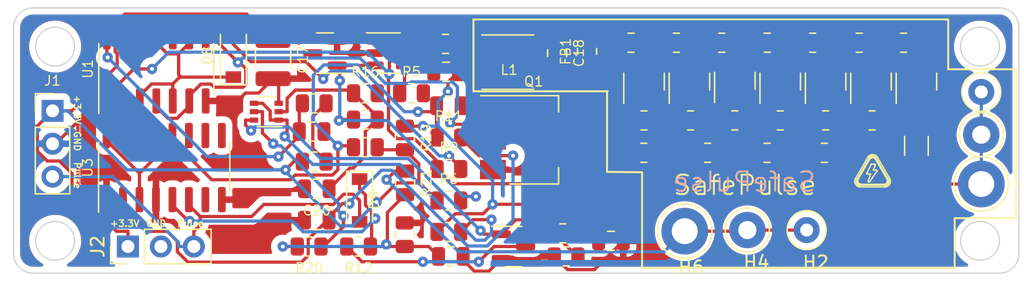
<source format=kicad_pcb>
(kicad_pcb (version 20210108) (generator pcbnew)
  (layers (0 "F.Cu" signal) (31 "B.Cu" signal) (34 "B.Paste" user) (35 "F.Paste" user) (36 "B.SilkS" user "B.Silkscreen") (37 "F.SilkS" user "F.Silkscreen") (38 "B.Mask" user) (39 "F.Mask" user) (44 "Edge.Cuts" user))
  (net 0 "")
  (net 1 "Net-(C1-Pad2)")
  (net 2 "Net-(C2-Pad2)")
  (net 3 "GND")
  (net 4 "Net-(C3-Pad2)")
  (net 5 "Net-(C4-Pad2)")
  (net 6 "Net-(C5-Pad2)")
  (net 7 "Net-(C6-Pad2)")
  (net 8 "Net-(C7-Pad2)")
  (net 9 "Net-(C10-Pad1)")
  (net 10 "Net-(C11-Pad1)")
  (net 11 "Net-(C10-Pad2)")
  (net 12 "Net-(C11-Pad2)")
  (net 13 "Net-(C12-Pad2)")
  (net 14 "Net-(D7-Pad2)")
  (net 15 "Net-(D8-Pad2)")
  (net 16 "Net-(D8-Pad1)")
  (net 17 "Net-(D9-Pad1)")
  (net 18 "Net-(C13-Pad2)")
  (net 19 "+3V3")
  (net 20 "Net-(C2-Pad1)")
  (net 21 "Net-(Q2-Pad3)")
  (net 22 "Net-(Q2-Pad1)")
  (net 23 "Net-(Q3-Pad1)")
  (net 24 "Net-(D9-Pad2)")
  (net 25 "Net-(Q3-Pad5)")
  (net 26 "Net-(U2-Pad5)")
  (net 27 "Net-(R4-Pad1)")
  (net 28 "+2V5")
  (net 29 "Net-(Q1-Pad2)")
  (net 30 "Net-(U3-Pad14)")
  (net 31 "Net-(U3-Pad10)")
  (net 32 "Net-(U3-Pad9)")
  (net 33 "Net-(U3-Pad7)")
  (net 34 "Net-(C14-Pad1)")
  (net 35 "Net-(U4-Pad3)")
  (net 36 "Net-(C15-Pad1)")
  (net 37 "Net-(R8-Pad2)")
  (net 38 "Net-(C16-Pad1)")
  (net 39 "Net-(C19-Pad1)")
  (net 40 "Net-(C18-Pad1)")
  (net 41 "Net-(R1-Pad2)")
  (net 42 "Net-(R2-Pad1)")
  (net 43 "Net-(R3-Pad1)")
  (net 44 "Net-(FB2-Pad2)")
  (net 45 "Net-(C20-Pad1)")
  (net 46 "Net-(C21-Pad1)")
  (net 47 "Net-(C22-Pad1)")
  (net 48 "Net-(H2-Pad1)")
  (net 49 "Net-(H1-Pad1)")
  (footprint "Resistor_SMD:R_0805_2012Metric" (layer "F.Cu") (at 120.68 70.528 -90)
    (fp_text reference "R21")
    (fp_text value "47k")
  )
  (footprint "Resistor_SMD:R_0805_2012Metric" (layer "F.Cu") (at 145.1 59.7)
    (fp_text reference "C5" hide)
    (fp_text value "0.1" hide)
  )
  (footprint "Resistor_SMD:R_0805_2012Metric" (layer "F.Cu") (at 117.614 67.7705 180)
    (fp_text reference "R13" hide)
    (fp_text value "100")
  )
  (footprint "Connector_PinHeader_2.54mm:PinHeader_1x03_P2.54mm_Vertical" (layer "F.Cu") (at 99.314 75.438 90)
    (fp_text reference "J2")
    (fp_text value "Conn_01x03_Male" hide)
  )
  (footprint "TestPoint:TestPoint_Loop_D3.80mm_Drill2.0mm" (layer "F.Cu") (at 165.1 70.612 90)
    (fp_text reference "H5" hide)
    (fp_text value "A-3")
  )
  (footprint "Package_TO_SOT_SMD:SOT-23" (layer "F.Cu") (at 156.6 62.7 90)
    (fp_text reference "D6" hide)
    (fp_text value "BAV23" hide)
  )
  (footprint "Package_TO_SOT_SMD:SOT-23" (layer "F.Cu") (at 142.6 62.7 90)
    (fp_text reference "D2" hide)
    (fp_text value "BAV23" hide)
  )
  (footprint "Package_TO_SOT_SMD:SOT-363_SC-70-6" (layer "F.Cu") (at 109.982 65.024 180)
    (fp_text reference "Q3" hide)
    (fp_text value "MMDT3906" hide)
  )
  (footprint "Resistor_SMD:R_0805_2012Metric" (layer "F.Cu") (at 124.056 74.3115)
    (fp_text reference "R18" hide)
    (fp_text value "499k" hide)
  )
  (footprint "Resistor_SMD:R_0805_2012Metric" (layer "F.Cu") (at 152.1 59.7)
    (fp_text reference "C9" hide)
    (fp_text value "0.1" hide)
  )
  (footprint "Capacitor_SMD:C_0805_2012Metric" (layer "F.Cu") (at 124.056 64.5635)
    (fp_text reference "C19" hide)
    (fp_text value "1uF")
  )
  (footprint "Package_TO_SOT_SMD:SOT-23" (layer "F.Cu") (at 139.1 62.7 90)
    (fp_text reference "D1" hide)
    (fp_text value "BAV23" hide)
  )
  (footprint "TestPoint:TestPoint_Loop_D1.80mm_Drill1.0mm_Beaded" (layer "F.Cu") (at 165.1 63.5 90)
    (fp_text reference "H1" hide)
    (fp_text value "A-1")
  )
  (footprint "Capacitor_SMD:C_0805_2012Metric" (layer "F.Cu") (at 113.474 66.5625)
    (fp_text reference "C15" hide)
    (fp_text value "1uF")
  )
  (footprint "Resistor_SMD:R_0805_2012Metric" (layer "F.Cu") (at 148.588 68.2 180)
    (fp_text reference "R3" hide)
    (fp_text value "22M" hide)
  )
  (footprint "Resistor_SMD:R_0805_2012Metric" (layer "F.Cu") (at 148.6 59.7)
    (fp_text reference "C7" hide)
    (fp_text value "0.1" hide)
  )
  (footprint "Capacitor_SMD:C_0805_2012Metric" (layer "F.Cu") (at 113.872 70.9775 180)
    (fp_text reference "C20")
    (fp_text value "C")
  )
  (footprint "Resistor_SMD:R_0805_2012Metric" (layer "F.Cu") (at 153 68.2 180)
    (fp_text reference "R4" hide)
    (fp_text value "22M" hide)
  )
  (footprint "Resistor_SMD:R_0805_2012Metric" (layer "F.Cu") (at 124.056 67.023)
    (fp_text reference "R11")
    (fp_text value "121k")
  )
  (footprint "Resistor_SMD:R_0805_2012Metric" (layer "F.Cu") (at 120.65 74.5255 90)
    (fp_text reference "R22" hide)
    (fp_text value "20k" hide)
  )
  (footprint "Package_TO_SOT_SMD:SOT-23" (layer "F.Cu") (at 149.6 62.7 90)
    (fp_text reference "D4" hide)
    (fp_text value "BAV23" hide)
  )
  (footprint "Diode_SMD:D_SOD-123" (layer "F.Cu") (at 107.442 60.706 90)
    (fp_text reference "D8")
    (fp_text value "1N4148W")
  )
  (footprint "Resistor_SMD:R_0805_2012Metric" (layer "F.Cu") (at 113.674 64.3825)
    (fp_text reference "R10" hide)
    (fp_text value "R")
  )
  (footprint "TestPoint:TestPoint_Loop_D1.80mm_Drill1.0mm_Beaded" (layer "F.Cu") (at 151.638 74.168)
    (fp_text reference "H2")
    (fp_text value "C-1")
  )
  (footprint "Package_TO_SOT_SMD:SOT-23-5" (layer "F.Cu") (at 119.5 60.5)
    (fp_text reference "U2" hide)
    (fp_text value "MAX4162" hide)
  )
  (footprint "Capacitor_SMD:C_0805_2012Metric" (layer "F.Cu") (at 124.206 76.2)
    (fp_text reference "C22" hide)
    (fp_text value "C" hide)
  )
  (footprint "Package_TO_SOT_SMD:SOT-23" (layer "F.Cu") (at 153.1 62.7 90)
    (fp_text reference "D5" hide)
    (fp_text value "BAV23" hide)
  )
  (footprint "Capacitor_SMD:C_0805_2012Metric" (layer "F.Cu") (at 132.4 60.5 -90)
    (fp_text reference "C18")
    (fp_text value "1uF")
  )
  (footprint "Resistor_SMD:R_0805_2012Metric" (layer "F.Cu") (at 153.1 65.7)
    (fp_text reference "C10" hide)
    (fp_text value "0.1" hide)
  )
  (footprint "Resistor_SMD:R_0805_2012Metric" (layer "F.Cu") (at 124.056 71.882)
    (fp_text reference "R6")
    (fp_text value "560K")
  )
  (footprint "Package_TO_SOT_SMD:SOT-23" (layer "F.Cu") (at 129.032 75.438)
    (fp_text reference "Q2" hide)
    (fp_text value "BC846" hide)
  )
  (footprint "Resistor_SMD:R_1206_3216Metric" (layer "F.Cu") (at 160.1 67.6625 -90)
    (fp_text reference "R7" hide)
    (fp_text value "4M7" hide)
  )
  (footprint "Resistor_SMD:R_0805_2012Metric" (layer "F.Cu") (at 138.1 59.7)
    (fp_text reference "C1" hide)
    (fp_text value "0.1" hide)
  )
  (footprint "Resistor_SMD:R_0805_2012Metric" (layer "F.Cu") (at 120.666 67.055 -90)
    (fp_text reference "R19")
    (fp_text value "1k")
  )
  (footprint "Resistor_SMD:R_0805_2012Metric" (layer "F.Cu") (at 121.174 63.6025)
    (fp_text reference "R5")
    (fp_text value "3.16M" hide)
  )
  (footprint "Capacitor_SMD:C_0805_2012Metric" (layer "F.Cu") (at 136.55 75)
    (fp_text reference "C14" hide)
    (fp_text value "0.1")
  )
  (footprint "Resistor_SMD:R_0805_2012Metric" (layer "F.Cu") (at 139.1 65.7)
    (fp_text reference "C2" hide)
    (fp_text value "0.1" hide)
  )
  (footprint "Resistor_SMD:R_0805_2012Metric" (layer "F.Cu") (at 149.6 65.7)
    (fp_text reference "C8" hide)
    (fp_text value "0.1" hide)
  )
  (footprint "Resistor_SMD:R_0805_2012Metric" (layer "F.Cu") (at 146.1 65.7)
    (fp_text reference "C6" hide)
    (fp_text value "0.1" hide)
  )
  (footprint "Resistor_SMD:R_0805_2012Metric" (layer "F.Cu") (at 117.618 65.6345)
    (fp_text reference "R15" hide)
    (fp_text value "1M49" hide)
  )
  (footprint "Inductor_SMD:L_Taiyo-Yuden_MD-4040" (layer "F.Cu") (at 128.6 61.2 180)
    (fp_text reference "L1")
    (fp_text value "2.2uH")
  )
  (footprint "Resistor_SMD:R_0805_2012Metric" (layer "F.Cu") (at 117.094 75.438 180)
    (fp_text reference "R12")
    (fp_text value "33k")
  )
  (footprint "Resistor_SMD:R_0805_2012Metric" (layer "F.Cu") (at 139.088 68.2)
    (fp_text reference "R1" hide)
    (fp_text value "22M" hide)
  )
  (footprint "Resistor_SMD:R_0805_2012Metric" (layer "F.Cu") (at 156.688 65.7)
    (fp_text reference "C12" hide)
    (fp_text value "0.1" hide)
  )
  (footprint "Package_SO:SOIC-14_3.9x8.7mm_P1.27mm" (layer "F.Cu") (at 101.5 61.722 90)
    (fp_text reference "U1")
    (fp_text value "74HC14" hide)
  )
  (footprint "Connector_PinHeader_2.54mm:PinHeader_1x03_P2.54mm_Vertical" (layer "F.Cu") (at 93.5 64.96)
    (fp_text reference "J1")
    (fp_text value "Conn_01x03_Male" hide)
  )
  (footprint "Resistor_SMD:R_0805_2012Metric" (layer "F.Cu") (at 134.71 60.37 90)
    (fp_text reference "FB1")
    (fp_text value "Ferrite_Bead" hide)
  )
  (footprint "Resistor_SMD:R_0805_2012Metric" (layer "F.Cu") (at 144 68.2 180)
    (fp_text reference "R2" hide)
    (fp_text value "22M" hide)
  )
  (footprint "Resistor_SMD:R_0805_2012Metric" (layer "F.Cu") (at 123.8 59.79)
    (fp_text reference "R8" hide)
    (fp_text value "100K" hide)
  )
  (footprint "Resistor_SMD:R_0805_2012Metric" (layer "F.Cu") (at 124.056 69.4525)
    (fp_text reference "R9")
    (fp_text value "100K")
  )
  (footprint "Resistor_SMD:R_0805_2012Metric" (layer "F.Cu") (at 155.688 59.7)
    (fp_text reference "C11" hide)
    (fp_text value "0.1" hide)
  )
  (footprint "Resistor_SMD:R_0805_2012Metric" (layer "F.Cu") (at 132.842 74.422 180)
    (fp_text reference "R14" hide)
    (fp_text value "100k" hide)
  )
  (footprint "Resistor_SMD:R_0805_2012Metric" (layer "F.Cu") (at 142.688 65.7)
    (fp_text reference "C4" hide)
    (fp_text value "0.1" hide)
  )
  (footprint "TestPoint:TestPoint_Loop_D2.60mm_Drill1.4mm_Beaded" (layer "F.Cu") (at 165.1 66.802 90)
    (fp_text reference "H3" hide)
    (fp_text value "A-2")
  )
  (footprint "Package_SO:SOIC-16_3.9x9.9mm_P1.27mm" (layer "F.Cu") (at 102.108 69.342 90)
    (fp_text reference "U3")
    (fp_text value "CD14538BM" hide)
  )
  (footprint "Package_TO_SOT_SMD:SOT-223-3_TabPin2" (layer "F.Cu") (at 130.6 67.2)
    (fp_text reference "Q1")
    (fp_text value "FQT7N10")
  )
  (footprint "Package_TO_SOT_SMD:SOT-23" (layer "F.Cu") (at 160.1 62.7 90)
    (fp_text reference "D7" hide)
    (fp_text value "BAV23" hide)
  )
  (footprint "Diode_SMD:D_SOD-123" (layer "F.Cu") (at 117.174 71.8825 -90)
    (fp_text reference "D9")
    (fp_text value "1N4148W" hide)
  )
  (footprint "Resistor_SMD:R_0805_2012Metric" (layer "F.Cu") (at 117.618 63.6025)
    (fp_text reference "R16")
    (fp_text value "392k")
  )
  (footprint "TestPoint:TestPoint_Loop_D2.60mm_Drill1.4mm_Beaded" (layer "F.Cu") (at 147.066 74.168)
    (fp_text reference "H4")
    (fp_text value "C-2")
  )
  (footprint "Capacitor_SMD:C_0805_2012Metric" (layer "F.Cu") (at 123.842 61.942 180)
    (fp_text reference "C21" hide)
    (fp_text value "C")
  )
  (footprint "Resistor_SMD:R_0805_2012Metric" (layer "F.Cu") (at 159.1 59.7)
    (fp_text reference "C13" hide)
    (fp_text value "0.1" hide)
  )
  (footprint "TestPoint:TestPoint_Loop_D3.80mm_Drill2.0mm" (layer "F.Cu") (at 142.24 74.252)
    (fp_text reference "H6")
    (fp_text value "C-3")
  )
  (footprint "Package_TO_SOT_SMD:SOT-23" (layer "F.Cu") (at 114.5 60.5 180)
    (fp_text reference "U4" hide)
    (fp_text value "MAX6008AEUR+T" hide)
  )
  (footprint "Resistor_SMD:R_0805_2012Metric" (layer "F.Cu") (at 141.6 59.7)
    (fp_text reference "C3" hide)
    (fp_text value "0.1" hide)
  )
  (footprint "Resistor_SMD:R_0805_2012Metric" (layer "F.Cu") (at 133.096 76.2 180)
    (fp_text reference "R17" hide)
    (fp_text value "1M" hide)
  )
  (footprint "Resistor_SMD:R_0805_2012Metric" (layer "F.Cu") (at 113.674 68.8825)
    (fp_text reference "FB2" hide)
    (fp_text value "Ferrite_Bead")
  )
  (footprint "Capacitor_SMD:C_1210_3225Metric" (layer "F.Cu") (at 110.5 61 -90)
    (fp_text reference "C17")
    (fp_text value "10uF")
  )
  (footprint "Resistor_SMD:R_0805_2012Metric" (layer "F.Cu") (at 113.284 75.438 180)
    (fp_text reference "R20")
    (fp_text value "100k")
  )
  (footprint "Package_TO_SOT_SMD:SOT-23" (layer "F.Cu") (at 146.1 62.6375 90)
    (fp_text reference "D3" hide)
    (fp_text value "BAV23" hide)
  )
  (footprint "Capacitor_SMD:C_0805_2012Metric" (layer "F.Cu") (at 113.872 73.4035 180)
    (fp_text reference "C16" hide)
    (fp_text value "1nF")
  )
  (gr_line (start 156.933479 69.134134) (end 156.93389 69.138056) (layer "F.SilkS") (width 0.104))
  (gr_line (start 156.383728 70.385887) (end 156.383809 70.383024) (layer "F.SilkS") (width 0.104))
  (gr_line (start 157.872804 70.387419) (end 157.873356 70.370635) (layer "F.SilkS") (width 0.104))
  (gr_line (start 155.767606 70.706916) (end 155.778154 70.707773) (layer "F.SilkS") (width 0.104))
  (gr_line (start 156.563922 69.840451) (end 156.35106 69.840451) (layer "F.SilkS") (width 0.104))
  (gr_line (start 156.59724 69.111164) (end 156.598402 69.109203) (layer "F.SilkS") (width 0.104))
  (gr_line (start 158.086912 70.448703) (end 158.0822 70.477096) (layer "F.SilkS") (width 0.104))
  (gr_line (start 156.512107 68.400342) (end 156.524853 68.393799) (layer "F.SilkS") (width 0.104))
  (gr_line (start 156.648371 68.35431) (end 156.662916 68.352169) (layer "F.SilkS") (width 0.104))
  (gr_line (start 155.357773 70.448703) (end 155.354947 70.420152) (layer "F.SilkS") (width 0.104))
  (gr_line (start 156.383949 70.391576) (end 156.383776 70.388739) (layer "F.SilkS") (width 0.104))
  (gr_line (start 156.398749 70.427446) (end 156.396977 70.425242) (layer "F.SilkS") (width 0.104))
  (gr_line (start 157.045241 69.561888) (end 157.047437 69.565747) (layer "F.SilkS") (width 0.104))
  (gr_line (start 157.043595 69.631985) (end 156.500329 70.422742) (layer "F.SilkS") (width 0.104))
  (gr_line (start 157.107528 68.570721) (end 157.107528 68.570721) (layer "F.SilkS") (width 0.104))
  (gr_line (start 156.76468 68.478888) (end 156.754221 68.477694) (layer "F.SilkS") (width 0.104))
  (gr_line (start 156.42959 70.447848) (end 156.427812 70.447275) (layer "F.SilkS") (width 0.104))
  (gr_line (start 157.908415 70.568149) (end 157.91968 70.550015) (layer "F.SilkS") (width 0.104))
  (gr_line (start 155.414298 70.169125) (end 156.337144 68.570721) (layer "F.SilkS") (width 0.104))
  (gr_line (start 158.089739 70.420152) (end 158.086912 70.448703) (layer "F.SilkS") (width 0.104))
  (gr_line (start 157.829693 70.796938) (end 157.816519 70.80264) (layer "F.SilkS") (width 0.104))
  (gr_line (start 156.598402 69.109203) (end 156.599628 69.107293) (layer "F.SilkS") (width 0.104))
  (gr_line (start 156.798932 68.579837) (end 156.790768 68.577513) (layer "F.SilkS") (width 0.104))
  (gr_line (start 155.484726 70.432256) (end 155.488082 70.452491) (layer "F.SilkS") (width 0.104))
  (gr_line (start 155.711128 70.827714) (end 155.682781 70.82114) (layer "F.SilkS") (width 0.104))
  (gr_line (start 157.767289 70.684496) (end 157.785916 70.676071) (layer "F.SilkS") (width 0.104))
  (gr_line (start 157.96264 70.391501) (end 157.961969 70.371101) (layer "F.SilkS") (width 0.104))
  (gr_line (start 156.596145 69.113173) (end 156.59724 69.111164) (layer "F.SilkS") (width 0.104))
  (gr_line (start 156.451443 70.450322) (end 156.44761 70.450436) (layer "F.SilkS") (width 0.104))
  (gr_line (start 156.606658 69.098534) (end 156.608232 69.096949) (layer "F.SilkS") (width 0.104))
  (gr_line (start 156.287648 69.768389) (end 156.288279 69.764431) (layer "F.SilkS") (width 0.104))
  (gr_line (start 156.35106 69.840451) (end 156.35106 69.840451) (layer "F.SilkS") (width 0.104))
  (gr_line (start 158.030373 70.169125) (end 158.044508 70.195541) (layer "F.SilkS") (width 0.104))
  (gr_line (start 157.783735 70.567423) (end 157.796097 70.55582) (layer "F.SilkS") (width 0.104))
  (gr_line (start 155.726361 70.700157) (end 155.736518 70.702339) (layer "F.SilkS") (width 0.104))
  (gr_line (start 156.874202 69.078952) (end 156.87821 69.079332) (layer "F.SilkS") (width 0.104))
  (gr_line (start 156.287266 69.772369) (end 156.287648 69.768389) (layer "F.SilkS") (width 0.104))
  (gr_line (start 155.769552 70.835333) (end 155.740075 70.832458) (layer "F.SilkS") (width 0.104))
  (gr_line (start 157.708162 70.702345) (end 157.728364 70.697661) (layer "F.SilkS") (width 0.104))
  (gr_line (start 156.919818 68.393789) (end 156.945084 68.407286) (layer "F.SilkS") (width 0.104))
  (gr_line (start 155.832497 70.631375) (end 155.832497 70.631375) (layer "F.SilkS") (width 0.104))
  (gr_line (start 156.466445 70.447618) (end 156.462765 70.448626) (layer "F.SilkS") (width 0.104))
  (gr_line (start 156.639257 69.080281) (end 156.641472 69.079841) (layer "F.SilkS") (width 0.104))
  (gr_line (start 155.640759 70.66643) (end 155.64968 70.671387) (layer "F.SilkS") (width 0.104))
  (gr_line (start 156.419028 68.467137) (end 156.429718 68.457429) (layer "F.SilkS") (width 0.104))
  (gr_line (start 155.606685 70.500989) (end 155.611213 70.508542) (layer "F.SilkS") (width 0.104))
  (gr_line (start 156.748577 68.569889) (end 156.7399 68.569183) (layer "F.SilkS") (width 0.104))
  (gr_line (start 155.536265 70.568127) (end 155.542281 70.57683) (layer "F.SilkS") (width 0.104))
  (gr_line (start 156.906796 68.53479) (end 156.898396 68.528971) (layer "F.SilkS") (width 0.104))
  (gr_line (start 155.525 70.233044) (end 155.514932 70.251861) (layer "F.SilkS") (width 0.104))
  (gr_line (start 156.595117 69.115231) (end 156.595117 69.115231) (layer "F.SilkS") (width 0.104))
  (gr_line (start 156.860122 68.607526) (end 156.852921 68.603207) (layer "F.SilkS") (width 0.104))
  (gr_line (start 155.772339 70.624539) (end 155.780695 70.626335) (layer "F.SilkS") (width 0.104))
  (gr_line (start 155.602018 70.790837) (end 155.576753 70.777341) (layer "F.SilkS") (width 0.104))
  (gr_line (start 157.043536 69.631741) (end 157.043595 69.631985) (layer "F.SilkS") (width 0.104))
  (gr_line (start 156.933939 68.676929) (end 156.928785 68.66997) (layer "F.SilkS") (width 0.104))
  (gr_line (start 155.430108 70.639369) (end 155.414298 70.613919) (layer "F.SilkS") (width 0.104))
  (gr_line (start 156.320202 69.832526) (end 156.316774 69.830496) (layer "F.SilkS") (width 0.104))
  (gr_line (start 156.288217 69.788255) (end 156.287609 69.784313) (layer "F.SilkS") (width 0.104))
  (gr_line (start 155.591214 70.271532) (end 155.585136 70.287618) (layer "F.SilkS") (width 0.104))
  (gr_line (start 157.696836 70.617586) (end 157.712633 70.611657) (layer "F.SilkS") (width 0.104))
  (gr_line (start 156.304467 69.820308) (end 156.301795 69.817271) (layer "F.SilkS") (width 0.104))
  (gr_line (start 156.400624 70.429575) (end 156.398749 70.427446) (layer "F.SilkS") (width 0.104))
  (gr_line (start 156.948159 68.699002) (end 156.943631 68.691448) (layer "F.SilkS") (width 0.104))
  (gr_line (start 155.648603 70.555788) (end 155.654697 70.561698) (layer "F.SilkS") (width 0.104))
  (gr_line (start 156.426043 70.446638) (end 156.424286 70.445937) (layer "F.SilkS") (width 0.104))
  (gr_line (start 155.696591 70.69169) (end 155.706391 70.694829) (layer "F.SilkS") (width 0.104))
  (gr_line (start 157.014953 68.457415) (end 157.036038 68.477206) (layer "F.SilkS") (width 0.104))
  (gr_line (start 156.287247 69.780343) (end 156.287133 69.776357) (layer "F.SilkS") (width 0.104))
  (gr_line (start 156.385448 70.371536) (end 156.386195 70.368675) (layer "F.SilkS") (width 0.104))
  (gr_line (start 156.960037 68.583164) (end 156.953069 68.57546) (layer "F.SilkS") (width 0.104))
  (gr_line (start 156.637067 69.080798) (end 156.639257 69.080281) (layer "F.SilkS") (width 0.104))
  (gr_line (start 156.402599 70.431625) (end 156.400624 70.429575) (layer "F.SilkS") (width 0.104))
  (gr_line (start 158.030373 70.613919) (end 158.022651 70.626807) (layer "F.SilkS") (width 0.104))
  (gr_line (start 156.477051 70.443301) (end 156.473598 70.444953) (layer "F.SilkS") (width 0.104))
  (gr_line (start 156.459032 70.449414) (end 156.455254 70.44998) (layer "F.SilkS") (width 0.104))
  (gr_line (start 156.845582 68.599128) (end 156.838111 68.595291) (layer "F.SilkS") (width 0.104))
  (gr_line (start 155.354005 70.391522) (end 155.354947 70.362892) (layer "F.SilkS") (width 0.104))
  (gr_line (start 155.799491 70.708462) (end 155.799491 70.708462) (layer "F.SilkS") (width 0.104))
  (gr_line (start 156.361392 68.533055) (end 156.370181 68.52118) (layer "F.SilkS") (width 0.104))
  (gr_line (start 157.053387 69.582161) (end 157.054147 69.586411) (layer "F.SilkS") (width 0.104))
  (gr_line (start 156.7399 68.569183) (end 156.731156 68.568758) (layer "F.SilkS") (width 0.104))
  (gr_line (start 157.742771 70.596812) (end 157.757031 70.587942) (layer "F.SilkS") (width 0.104))
  (gr_line (start 162.55 57.9) (end 162.55 61.75) (layer "F.SilkS") (width 0.15))
  (gr_line (start 156.388571 70.410666) (end 156.387558 70.408049) (layer "F.SilkS") (width 0.104))
  (gr_line (start 156.781757 68.352167) (end 156.810705 68.356912) (layer "F.SilkS") (width 0.104))
  (gr_line (start 157.761894 70.821121) (end 157.747799 70.824635) (layer "F.SilkS") (width 0.104))
  (gr_line (start 156.529662 68.540852) (end 156.513818 68.553874) (layer "F.SilkS") (width 0.104))
  (gr_line (start 156.313475 69.828254) (end 156.310318 69.825804) (layer "F.SilkS") (width 0.104))
  (gr_line (start 157.961969 70.371101) (end 157.959955 70.350758) (layer "F.SilkS") (width 0.104))
  (gr_line (start 157.91968 70.233044) (end 156.996827 68.634625) (layer "F.SilkS") (width 0.104))
  (gr_line (start 155.799491 70.836301) (end 155.799491 70.836301) (layer "F.SilkS") (width 0.104))
  (gr_line (start 157.864515 70.303958) (end 157.859543 70.287636) (layer "F.SilkS") (width 0.104))
  (gr_line (start 156.887444 68.627131) (end 156.880846 68.621886) (layer "F.SilkS") (width 0.104))
  (gr_line (start 155.615955 70.515901) (end 155.620905 70.523061) (layer "F.SilkS") (width 0.104))
  (gr_line (start 157.803143 70.807914) (end 157.789575 70.812756) (layer "F.SilkS") (width 0.104))
  (gr_line (start 157.896135 70.585317) (end 157.908415 70.568149) (layer "F.SilkS") (width 0.104))
  (gr_line (start 156.419089 70.443433) (end 156.416459 70.442046) (layer "F.SilkS") (width 0.104))
  (gr_line (start 155.746782 70.704196) (end 155.757147 70.705722) (layer "F.SilkS") (width 0.104))
  (gr_line (start 156.42254 70.44517) (end 156.420807 70.444336) (layer "F.SilkS") (width 0.104))
  (gr_line (start 155.525 70.55) (end 155.525 70.55) (layer "F.SilkS") (width 0.104))
  (gr_line (start 156.923434 68.663215) (end 156.917889 68.656667) (layer "F.SilkS") (width 0.104))
  (gr_line (start 155.615026 70.649829) (end 155.623426 70.655648) (layer "F.SilkS") (width 0.104))
  (gr_line (start 167.75 61.75) (end 167.75 73.25) (layer "F.SilkS") (width 0.15))
  (gr_line (start 158.006122 70.651578) (end 157.997334 70.66345) (layer "F.SilkS") (width 0.104))
  (gr_line (start 157.956599 70.452482) (end 157.959955 70.432248) (layer "F.SilkS") (width 0.104))
  (gr_line (start 156.602265 69.103627) (end 156.603673 69.101874) (layer "F.SilkS") (width 0.104))
  (gr_line (start 157.647018 70.629123) (end 157.663989 70.626342) (layer "F.SilkS") (width 0.104))
  (gr_line (start 155.492781 70.310462) (end 155.488082 70.330524) (layer "F.SilkS") (width 0.104))
  (gr_line (start 156.928359 69.169125) (end 156.928359 69.169125) (layer "F.SilkS") (width 0.104))
  (gr_line (start 157.968971 70.696956) (end 157.95888 70.707404) (layer "F.SilkS") (width 0.104))
  (gr_line (start 157.892247 70.762186) (end 157.880208 70.769953) (layer "F.SilkS") (width 0.104))
  (gr_line (start 157.666527 70.707773) (end 157.687534 70.705725) (layer "F.SilkS") (width 0.104))
  (gr_line (start 157.959955 70.350758) (end 157.956599 70.330528) (layer "F.SilkS") (width 0.104))
  (gr_line (start 156.337144 68.570721) (end 156.337144 68.570721) (layer "F.SilkS") (width 0.104))
  (gr_line (start 156.289071 69.792158) (end 156.288217 69.788255) (layer "F.SilkS") (width 0.104))
  (gr_line (start 156.537818 68.387674) (end 156.550992 68.381971) (layer "F.SilkS") (width 0.104))
  (gr_line (start 157.818641 70.530042) (end 157.828742 70.515914) (layer "F.SilkS") (width 0.104))
  (gr_line (start 155.628157 70.802662) (end 155.602018 70.790837) (layer "F.SilkS") (width 0.104))
  (gr_line (start 157.036038 68.477206) (end 157.055907 68.498471) (layer "F.SilkS") (width 0.104))
  (gr_line (start 157.948485 70.717484) (end 157.937794 70.727191) (layer "F.SilkS") (width 0.104))
  (gr_line (start 157.816519 70.80264) (end 157.803143 70.807914) (layer "F.SilkS") (width 0.104))
  (gr_line (start 155.606685 70.500989) (end 155.606685 70.500989) (layer "F.SilkS") (width 0.104))
  (gr_line (start 156.392286 70.41822) (end 156.390937 70.415756) (layer "F.SilkS") (width 0.104))
  (gr_line (start 157.612185 70.631375) (end 157.629737 70.630808) (layer "F.SilkS") (width 0.104))
  (gr_line (start 156.900739 69.086611) (end 156.904145 69.088607) (layer "F.SilkS") (width 0.104))
  (gr_line (start 156.834902 68.496375) (end 156.825234 68.492924) (layer "F.SilkS") (width 0.104))
  (gr_line (start 155.686922 70.688239) (end 155.696591 70.69169) (layer "F.SilkS") (width 0.104))
  (gr_line (start 156.866735 68.371849) (end 156.893679 68.381963) (layer "F.SilkS") (width 0.104))
  (gr_line (start 156.670537 68.573657) (end 156.653916 68.577515) (layer "F.SilkS") (width 0.104))
  (gr_line (start 155.654697 70.561698) (end 155.660964 70.56739) (layer "F.SilkS") (width 0.104))
  (gr_line (start 156.953069 68.57546) (end 156.945878 68.568014) (layer "F.SilkS") (width 0.104))
  (gr_line (start 156.889862 69.081934) (end 156.893587 69.08327) (layer "F.SilkS") (width 0.104))
  (gr_line (start 156.77415 68.573655) (end 156.765707 68.572128) (layer "F.SilkS") (width 0.104))
  (gr_line (start 156.49794 70.426002) (end 156.495381 70.42907) (layer "F.SilkS") (width 0.104))
  (gr_line (start 157.043536 69.631741) (end 157.043536 69.631741) (layer "F.SilkS") (width 0.104))
  (gr_line (start 125.95 57.9) (end 125.95 63.45) (layer "F.SilkS") (width 0.15))
  (gr_line (start 156.979544 68.607794) (end 156.973281 68.599335) (layer "F.SilkS") (width 0.104))
  (gr_line (start 157.91968 70.550015) (end 157.929749 70.531181) (layer "F.SilkS") (width 0.104))
  (gr_line (start 156.973281 68.599335) (end 156.966776 68.591124) (layer "F.SilkS") (width 0.104))
  (gr_line (start 157.868733 70.616641) (end 157.882892 70.60149) (layer "F.SilkS") (width 0.104))
  (gr_line (start 156.386195 70.368675) (end 156.38708 70.365826) (layer "F.SilkS") (width 0.104))
  (gr_line (start 156.606567 68.595296) (end 156.591755 68.603213) (layer "F.SilkS") (width 0.104))
  (gr_line (start 155.354947 70.420152) (end 155.354005 70.391522) (layer "F.SilkS") (width 0.104))
  (gr_line (start 157.904034 70.754022) (end 157.892247 70.762186) (layer "F.SilkS") (width 0.104))
  (gr_line (start 156.815434 68.489784) (end 156.805509 68.48696) (layer "F.SilkS") (width 0.104))
  (gr_line (start 157.91968 70.550015) (end 157.91968 70.550015) (layer "F.SilkS") (width 0.104))
  (gr_line (start 157.049856 69.620175) (end 157.048033 69.624142) (layer "F.SilkS") (width 0.104))
  (gr_line (start 156.44761 70.450436) (end 156.44761 70.450436) (layer "F.SilkS") (width 0.104))
  (gr_line (start 155.571322 70.370612) (end 155.571875 70.387398) (layer "F.SilkS") (width 0.104))
  (gr_line (start 156.844434 68.500135) (end 156.834902 68.496375) (layer "F.SilkS") (width 0.104))
  (gr_line (start 156.852921 68.603207) (end 156.845582 68.599128) (layer "F.SilkS") (width 0.104))
  (gr_line (start 157.719142 70.8303) (end 157.704597 70.832441) (layer "F.SilkS") (width 0.104))
  (gr_line (start 155.575945 70.616609) (end 155.583352 70.623792) (layer "F.SilkS") (width 0.104))
  (gr_line (start 157.054618 69.590689) (end 157.054799 69.59498) (layer "F.SilkS") (width 0.104))
  (gr_line (start 156.346967 69.840321) (end 156.342921 69.839933) (layer "F.SilkS") (width 0.104))
  (gr_line (start 157.945859 70.492391) (end 157.9519 70.472548) (layer "F.SilkS") (width 0.104))
  (gr_line (start 157.023907 69.540742) (end 157.027503 69.543081) (layer "F.SilkS") (width 0.104))
  (gr_line (start 157.660201 70.836043) (end 157.645177 70.836285) (layer "F.SilkS") (width 0.104))
  (gr_line (start 156.830511 68.591699) (end 156.822788 68.588354) (layer "F.SilkS") (width 0.104))
  (gr_line (start 156.722337 68.476147) (end 156.722337 68.476147) (layer "F.SilkS") (width 0.104))
  (gr_line (start 157.846283 70.255734) (end 157.837996 70.240247) (layer "F.SilkS") (width 0.104))
  (gr_line (start 156.867179 68.61208) (end 156.860122 68.607526) (layer "F.SilkS") (width 0.104))
  (gr_line (start 156.722337 68.476147) (end 156.722337 68.476147) (layer "F.SilkS") (width 0.104))
  (gr_line (start 155.732056 70.611637) (end 155.739897 70.61473) (layer "F.SilkS") (width 0.104))
  (gr_line (start 156.870149 69.078824) (end 156.874202 69.078952) (layer "F.SilkS") (width 0.104))
  (gr_line (start 157.680608 70.622488) (end 157.696836 70.617586) (layer "F.SilkS") (width 0.104))
  (gr_line (start 156.591755 68.603213) (end 156.577495 68.612086) (layer "F.SilkS") (width 0.104))
  (gr_line (start 155.400167 70.195541) (end 155.414298 70.169125) (layer "F.SilkS") (width 0.104))
  (gr_line (start 156.38708 70.365826) (end 156.38708 70.365826) (layer "F.SilkS") (width 0.104))
  (gr_line (start 156.990867 69.531552) (end 156.990867 69.531552) (layer "F.SilkS") (width 0.104))
  (gr_line (start 156.455254 70.44998) (end 156.451443 70.450322) (layer "F.SilkS") (width 0.104))
  (gr_line (start 156.880846 68.621886) (end 156.874089 68.616868) (layer "F.SilkS") (width 0.104))
  (gr_line (start 157.047437 69.565747) (end 157.049362 69.569733) (layer "F.SilkS") (width 0.104))
  (gr_line (start 156.301795 69.817271) (end 156.299305 69.814051) (layer "F.SilkS") (width 0.104))
  (gr_line (start 155.814945 70.630807) (end 155.82369 70.631233) (layer "F.SilkS") (width 0.104))
  (gr_line (start 156.619438 68.492908) (end 156.600237 68.500114) (layer "F.SilkS") (width 0.104))
  (gr_line (start 156.639163 68.486949) (end 156.619438 68.492908) (layer "F.SilkS") (width 0.104))
  (gr_line (start 157.045926 69.628002) (end 157.043536 69.631741) (layer "F.SilkS") (width 0.104))
  (gr_line (start 155.357773 70.334341) (end 155.362483 70.305949) (layer "F.SilkS") (width 0.104))
  (gr_line (start 156.722348 68.568616) (end 156.704793 68.569184) (layer "F.SilkS") (width 0.104))
  (gr_line (start 156.92303 68.547265) (end 156.915009 68.540889) (layer "F.SilkS") (width 0.104))
  (gr_line (start 156.999657 69.532156) (end 157.003952 69.532901) (layer "F.SilkS") (width 0.104))
  (gr_line (start 156.577937 68.371855) (end 156.59169 68.367451) (layer "F.SilkS") (width 0.104))
  (gr_line (start 156.916397 69.098623) (end 156.919066 69.101609) (layer "F.SilkS") (width 0.104))
  (gr_line (start 156.969407 68.422416) (end 156.99272 68.439139) (layer "F.SilkS") (width 0.104))
  (gr_line (start 156.316774 69.830496) (end 156.313475 69.828254) (layer "F.SilkS") (width 0.104))
  (gr_line (start 156.906241 68.644202) (end 156.900147 68.638292) (layer "F.SilkS") (width 0.104))
  (gr_line (start 156.406842 70.435473) (end 156.404672 70.433592) (layer "F.SilkS") (width 0.104))
  (gr_line (start 156.622538 69.086461) (end 156.624515 69.085441) (layer "F.SilkS") (width 0.104))
  (gr_line (start 156.38467 70.397186) (end 156.384248 70.394393) (layer "F.SilkS") (width 0.104))
  (gr_line (start 156.459112 68.616473) (end 156.447846 68.63461) (layer "F.SilkS") (width 0.104))
  (gr_line (start 155.778154 70.707773) (end 155.788784 70.708289) (layer "F.SilkS") (width 0.104))
  (gr_line (start 155.755912 70.620154) (end 155.764077 70.622478) (layer "F.SilkS") (width 0.104))
  (gr_line (start 156.385877 70.402688) (end 156.385214 70.399953) (layer "F.SilkS") (width 0.104))
  (gr_line (start 157.853708 70.630741) (end 157.868733 70.616641) (layer "F.SilkS") (width 0.104))
  (gr_line (start 157.052337 69.577955) (end 157.053387 69.582161) (layer "F.SilkS") (width 0.104))
  (gr_line (start 155.482712 70.411909) (end 155.484726 70.432256) (layer "F.SilkS") (width 0.104))
  (gr_line (start 156.626527 69.084489) (end 156.628574 69.083607) (layer "F.SilkS") (width 0.104))
  (gr_line (start 156.600237 68.500114) (end 156.581611 68.50854) (layer "F.SilkS") (width 0.104))
  (gr_line (start 156.436772 70.44954) (end 156.434969 70.449204) (layer "F.SilkS") (width 0.104))
  (gr_line (start 156.731156 68.568758) (end 156.722348 68.568616) (layer "F.SilkS") (width 0.104))
  (gr_line (start 155.571875 70.353826) (end 155.571322 70.370612) (layer "F.SilkS") (width 0.104))
  (gr_line (start 156.652837 69.078824) (end 156.652837 69.078824) (layer "F.SilkS") (width 0.104))
  (gr_line (start 156.634901 69.08139) (end 156.637067 69.080798) (layer "F.SilkS") (width 0.104))
  (gr_line (start 157.034199 69.548472) (end 157.037273 69.551508) (layer "F.SilkS") (width 0.104))
  (gr_line (start 155.655101 70.812777) (end 155.628157 70.802662) (layer "F.SilkS") (width 0.104))
  (gr_line (start 155.764077 70.622478) (end 155.772339 70.624539) (layer "F.SilkS") (width 0.104))
  (gr_line (start 156.498793 68.567976) (end 156.484634 68.583128) (layer "F.SilkS") (width 0.104))
  (gr_line (start 156.404672 70.433592) (end 156.402599 70.431625) (layer "F.SilkS") (width 0.104))
  (gr_line (start 155.362483 70.477096) (end 155.357773 70.448703) (layer "F.SilkS") (width 0.104))
  (gr_line (start 158.014565 70.639362) (end 158.006122 70.651578) (layer "F.SilkS") (width 0.104))
  (gr_line (start 156.43317 70.448811) (end 156.431377 70.44836) (layer "F.SilkS") (width 0.104))
  (gr_line (start 156.645965 69.079193) (end 156.648239 69.078989) (layer "F.SilkS") (width 0.104))
  (gr_line (start 156.338932 69.839295) (end 156.335009 69.83841) (layer "F.SilkS") (width 0.104))
  (gr_line (start 155.38792 70.22251) (end 155.400167 70.195541) (layer "F.SilkS") (width 0.104))
  (gr_line (start 156.370181 68.52118) (end 156.379308 68.509655) (layer "F.SilkS") (width 0.104))
  (gr_line (start 156.928359 69.169125) (end 156.764058 69.531552) (layer "F.SilkS") (width 0.104))
  (gr_line (start 157.959955 70.432248) (end 157.961969 70.411902) (layer "F.SilkS") (width 0.104))
  (gr_line (start 156.996827 68.634625) (end 156.991323 68.625443) (layer "F.SilkS") (width 0.104))
  (gr_line (start 156.923859 69.108121) (end 156.92595 69.111603) (layer "F.SilkS") (width 0.104))
  (gr_line (start 156.912157 68.650328) (end 156.906241 68.644202) (layer "F.SilkS") (width 0.104))
  (gr_line (start 155.626058 70.530021) (end 155.63141 70.536776) (layer "F.SilkS") (width 0.104))
  (gr_line (start 158.067123 70.53309) (end 158.056758 70.560534) (layer "F.SilkS") (width 0.104))
  (gr_line (start 155.598792 70.637356) (end 155.606813 70.643731) (layer "F.SilkS") (width 0.104))
  (gr_line (start 156.470059 70.446393) (end 156.466445 70.447618) (layer "F.SilkS") (width 0.104))
  (gr_line (start 157.837996 70.240262) (end 157.363471 69.418347) (layer "F.SilkS") (width 0.104))
  (gr_line (start 156.447846 68.63461) (end 155.525 70.233044) (layer "F.SilkS") (width 0.104))
  (gr_line (start 157.363471 69.418347) (end 157.363471 69.418347) (layer "F.SilkS") (width 0.104))
  (gr_line (start 155.82369 70.631233) (end 155.832497 70.631375) (layer "F.SilkS") (width 0.104))
  (gr_line (start 156.299305 69.814051) (end 156.297009 69.810651) (layer "F.SilkS") (width 0.104))
  (gr_line (start 155.377557 70.53309) (end 155.369078 70.505251) (layer "F.SilkS") (width 0.104))
  (gr_line (start 156.641472 69.079841) (end 156.643708 69.079478) (layer "F.SilkS") (width 0.104))
  (gr_line (start 156.398542 68.487669) (end 156.408633 68.477219) (layer "F.SilkS") (width 0.104))
  (gr_line (start 155.709262 70.600863) (end 155.716733 70.6047) (layer "F.SilkS") (width 0.104))
  (gr_line (start 156.930794 69.122586) (end 156.93193 69.126387) (layer "F.SilkS") (width 0.104))
  (gr_line (start 157.9519 70.310468) (end 157.945859 70.290633) (layer "F.SilkS") (width 0.104))
  (gr_line (start 156.463477 68.430594) (end 156.475264 68.422429) (layer "F.SilkS") (width 0.104))
  (gr_line (start 155.680755 70.583123) (end 155.687664 70.587911) (layer "F.SilkS") (width 0.104))
  (gr_line (start 157.008163 69.53393) (end 157.012276 69.535236) (layer "F.SilkS") (width 0.104))
  (gr_line (start 158.022651 70.626807) (end 158.014565 70.639362) (layer "F.SilkS") (width 0.104))
  (gr_line (start 156.643708 69.079478) (end 156.645965 69.079193) (layer "F.SilkS") (width 0.104))
  (gr_line (start 156.687509 68.570872) (end 156.670537 68.573657) (layer "F.SilkS") (width 0.104))
  (gr_line (start 155.611213 70.508542) (end 155.615955 70.515901) (layer "F.SilkS") (width 0.104))
  (gr_line (start 155.354947 70.362892) (end 155.357773 70.334341) (layer "F.SilkS") (width 0.104))
  (gr_line (start 156.287609 69.784313) (end 156.287247 69.780343) (layer "F.SilkS") (width 0.104))
  (gr_line (start 155.668002 70.680415) (end 155.67739 70.684479) (layer "F.SilkS") (width 0.104))
  (gr_line (start 156.526786 68.656672) (end 156.515892 68.669975) (layer "F.SilkS") (width 0.104))
  (gr_line (start 157.789575 70.812756) (end 157.775822 70.817159) (layer "F.SilkS") (width 0.104))
  (gr_line (start 156.471391 68.599303) (end 156.459112 68.616473) (layer "F.SilkS") (width 0.104))
  (gr_line (start 157.807746 70.543352) (end 157.818641 70.530042) (layer "F.SilkS") (width 0.104))
  (gr_line (start 156.383776 70.388739) (end 156.383728 70.385887) (layer "F.SilkS") (width 0.104))
  (gr_line (start 157.748089 70.691702) (end 157.767289 70.684496) (layer "F.SilkS") (width 0.104))
  (gr_line (start 156.409108 70.437262) (end 156.406842 70.435473) (layer "F.SilkS") (width 0.104))
  (gr_line (start 156.486791 70.437096) (end 156.483658 70.43937) (layer "F.SilkS") (width 0.104))
  (gr_line (start 156.900147 68.638292) (end 156.893879 68.632601) (layer "F.SilkS") (width 0.104))
  (gr_line (start 155.780695 70.626335) (end 155.789138 70.627863) (layer "F.SilkS") (width 0.104))
  (gr_line (start 156.408633 68.477219) (end 156.419028 68.467137) (layer "F.SilkS") (width 0.104))
  (gr_line (start 138.95 77.1) (end 163.05 77.1) (layer "F.SilkS") (width 0.15))
  (gr_line (start 157.030939 69.54566) (end 157.034199 69.548472) (layer "F.SilkS") (width 0.104))
  (gr_line (start 155.660964 70.56739) (end 155.6674 70.57286) (layer "F.SilkS") (width 0.104))
  (gr_line (start 157.645177 70.836285) (end 157.645177 70.836301) (layer "F.SilkS") (width 0.104))
  (gr_line (start 156.383809 70.383024) (end 156.38402 70.380153) (layer "F.SilkS") (width 0.104))
  (gr_line (start 156.996827 68.634625) (end 156.996827 68.634625) (layer "F.SilkS") (width 0.104))
  (gr_line (start 157.880208 70.769953) (end 157.867924 70.777316) (layer "F.SilkS") (width 0.104))
  (gr_line (start 156.764058 69.531552) (end 156.764058 69.531552) (layer "F.SilkS") (width 0.104))
  (gr_line (start 157.054692 69.599271) (end 157.054298 69.603544) (layer "F.SilkS") (width 0.104))
  (gr_line (start 156.411467 70.438957) (end 156.409108 70.437262) (layer "F.SilkS") (width 0.104))
  (gr_line (start 155.724333 70.608292) (end 155.732056 70.611637) (layer "F.SilkS") (width 0.104))
  (gr_line (start 157.107528 68.570721) (end 158.030373 70.169125) (layer "F.SilkS") (width 0.104))
  (gr_line (start 156.637688 68.582423) (end 156.621891 68.588358) (layer "F.SilkS") (width 0.104))
  (gr_line (start 155.362483 70.305949) (end 155.369078 70.277793) (layer "F.SilkS") (width 0.104))
  (gr_line (start 158.056758 70.560534) (end 158.044508 70.587503) (layer "F.SilkS") (width 0.104))
  (gr_line (start 156.898396 68.528971) (end 156.889817 68.523436) (layer "F.SilkS") (width 0.104))
  (gr_line (start 156.388764 68.498482) (end 156.398542 68.487669) (layer "F.SilkS") (width 0.104))
  (gr_line (start 155.484726 70.350756) (end 155.482712 70.371102) (layer "F.SilkS") (width 0.104))
  (gr_line (start 156.515892 68.669975) (end 156.505791 68.684092) (layer "F.SilkS") (width 0.104))
  (gr_line (start 155.580163 70.43729) (end 155.585136 70.453611) (layer "F.SilkS") (width 0.104))
  (gr_line (start 156.722337 68.476147) (end 156.701 68.476837) (layer "F.SilkS") (width 0.104))
  (gr_line (start 156.616842 69.089921) (end 156.6187 69.088702) (layer "F.SilkS") (width 0.104))
  (gr_line (start 156.838111 68.595291) (end 156.830511 68.591699) (layer "F.SilkS") (width 0.104))
  (gr_line (start 136.25 69.675) (end 136.25 63.525) (layer "F.SilkS") (width 0.15))
  (gr_line (start 157.853474 70.469705) (end 157.85955 70.45362) (layer "F.SilkS") (width 0.104))
  (gr_line (start 155.591214 70.469698) (end 155.598397 70.485507) (layer "F.SilkS") (width 0.104))
  (gr_line (start 158.030373 70.169125) (end 158.030373 70.169125) (layer "F.SilkS") (width 0.104))
  (gr_line (start 156.87821 69.079332) (end 156.882163 69.07996) (layer "F.SilkS") (width 0.104))
  (gr_line (start 156.563607 68.518157) (end 156.546274 68.528937) (layer "F.SilkS") (width 0.104))
  (gr_line (start 157.054298 69.603544) (end 157.053616 69.607786) (layer "F.SilkS") (width 0.104))
  (gr_line (start 156.611533 69.093955) (end 156.613257 69.092548) (layer "F.SilkS") (width 0.104))
  (gr_line (start 156.893879 68.632601) (end 156.887444 68.627131) (layer "F.SilkS") (width 0.104))
  (gr_line (start 155.716733 70.6047) (end 155.724333 70.608292) (layer "F.SilkS") (width 0.104))
  (gr_line (start 155.369078 70.505251) (end 155.362483 70.477096) (layer "F.SilkS") (width 0.104))
  (gr_line (start 156.595117 69.115231) (end 156.596145 69.113173) (layer "F.SilkS") (width 0.104))
  (gr_line (start 157.775822 70.817159) (end 157.761894 70.821121) (layer "F.SilkS") (width 0.104))
  (gr_line (start 157.988206 70.674974) (end 157.978749 70.686144) (layer "F.SilkS") (width 0.104))
  (gr_line (start 156.310318 69.825804) (end 156.307311 69.823154) (layer "F.SilkS") (width 0.104))
  (gr_line (start 155.465925 70.686162) (end 155.44734 70.663464) (layer "F.SilkS") (width 0.104))
  (gr_line (start 156.904145 69.088607) (end 156.907424 69.090811) (layer "F.SilkS") (width 0.104))
  (gr_line (start 157.929749 70.531181) (end 157.938475 70.511954) (layer "F.SilkS") (width 0.104))
  (gr_line (start 156.648239 69.078989) (end 156.650531 69.078865) (layer "F.SilkS") (width 0.104))
  (gr_line (start 157.855405 70.784271) (end 157.842658 70.790814) (layer "F.SilkS") (width 0.104))
  (gr_line (start 156.628574 69.083607) (end 156.630653 69.082796) (layer "F.SilkS") (width 0.104))
  (gr_line (start 157.882892 70.60149) (end 157.896135 70.585317) (layer "F.SilkS") (width 0.104))
  (gr_line (start 156.294935 69.807129) (end 156.293103 69.803506) (layer "F.SilkS") (width 0.104))
  (gr_line (start 155.701923 70.596783) (end 155.709262 70.600863) (layer "F.SilkS") (width 0.104))
  (gr_line (start 155.576753 70.777341) (end 155.552429 70.762212) (layer "F.SilkS") (width 0.104))
  (gr_line (start 156.293309 69.749051) (end 156.293309 69.749051) (layer "F.SilkS") (width 0.104))
  (gr_line (start 157.796097 70.55582) (end 157.807746 70.543352) (layer "F.SilkS") (width 0.104))
  (gr_line (start 157.821252 70.655676) (end 157.837864 70.643762) (layer "F.SilkS") (width 0.104))
  (gr_line (start 155.598397 70.255726) (end 155.591214 70.271532) (layer "F.SilkS") (width 0.104))
  (gr_line (start 155.414298 70.613919) (end 155.400167 70.587503) (layer "F.SilkS") (width 0.104))
  (gr_line (start 156.790768 68.577513) (end 156.782505 68.575452) (layer "F.SilkS") (width 0.104))
  (gr_line (start 156.500329 70.422742) (end 156.49794 70.426002) (layer "F.SilkS") (width 0.104))
  (gr_line (start 163.05 77.1) (end 163.05 73.25) (layer "F.SilkS") (width 0.15))
  (gr_line (start 156.609857 69.095423) (end 156.611533 69.093955) (layer "F.SilkS") (width 0.104))
  (gr_line (start 155.529116 70.74549) (end 155.506882 70.727215) (layer "F.SilkS") (width 0.104))
  (gr_line (start 156.492663 70.431944) (end 156.489796 70.43462) (layer "F.SilkS") (width 0.104))
  (gr_line (start 155.482041 70.391505) (end 155.482712 70.411909) (layer "F.SilkS") (width 0.104))
  (gr_line (start 157.663989 70.626342) (end 157.680608 70.622488) (layer "F.SilkS") (width 0.104))
  (gr_line (start 157.842658 70.790814) (end 157.829693 70.796938) (layer "F.SilkS") (width 0.104))
  (gr_line (start 156.677593 68.350494) (end 156.692395 68.349292) (layer "F.SilkS") (width 0.104))
  (gr_line (start 157.83801 70.500989) (end 157.83801 70.500989) (layer "F.SilkS") (width 0.104))
  (gr_line (start 155.620905 70.523061) (end 155.626058 70.530021) (layer "F.SilkS") (width 0.104))
  (gr_line (start 157.956599 70.330528) (end 157.9519 70.310468) (layer "F.SilkS") (width 0.104))
  (gr_line (start 157.803919 70.666455) (end 157.821252 70.655676) (layer "F.SilkS") (width 0.104))
  (gr_line (start 156.337144 68.570721) (end 156.344865 68.55783) (layer "F.SilkS") (width 0.104))
  (gr_line (start 156.752278 68.349292) (end 156.781757 68.352167) (layer "F.SilkS") (width 0.104))
  (gr_line (start 155.59097 70.630709) (end 155.598792 70.637356) (layer "F.SilkS") (width 0.104))
  (gr_line (start 157.938475 70.511954) (end 157.945859 70.492391) (layer "F.SilkS") (width 0.104))
  (gr_line (start 156.462765 70.448626) (end 156.459032 70.449414) (layer "F.SilkS") (width 0.104))
  (gr_line (start 156.297009 69.810651) (end 156.294935 69.807129) (layer "F.SilkS") (width 0.104))
  (gr_line (start 156.352951 68.545273) (end 156.361392 68.533055) (layer "F.SilkS") (width 0.104))
  (gr_line (start 156.420807 70.444336) (end 156.419089 70.443433) (layer "F.SilkS") (width 0.104))
  (gr_line (start 155.400167 70.587503) (end 155.38792 70.560534) (layer "F.SilkS") (width 0.104))
  (gr_line (start 156.496524 68.699002) (end 155.606685 70.240247) (layer "F.SilkS") (width 0.104))
  (gr_line (start 156.496524 68.699002) (end 156.496524 68.699002) (layer "F.SilkS") (width 0.104))
  (gr_line (start 155.514932 70.251861) (end 155.506206 70.271074) (layer "F.SilkS") (width 0.104))
  (gr_line (start 156.662916 68.352169) (end 156.677593 68.350494) (layer "F.SilkS") (width 0.104))
  (gr_line (start 158.090681 70.391522) (end 158.089739 70.420152) (layer "F.SilkS") (width 0.104))
  (gr_line (start 155.757147 70.705722) (end 155.767606 70.706916) (layer "F.SilkS") (width 0.104))
  (gr_line (start 155.606685 70.240247) (end 155.598397 70.255726) (layer "F.SilkS") (width 0.104))
  (gr_line (start 156.419089 70.443433) (end 156.419089 70.443433) (layer "F.SilkS") (width 0.104))
  (gr_line (start 157.961969 70.411902) (end 157.96264 70.391501) (layer "F.SilkS") (width 0.104))
  (gr_line (start 167.75 73.25) (end 163.05 73.25) (layer "F.SilkS") (width 0.15))
  (gr_line (start 156.335009 69.83841) (end 156.331165 69.837286) (layer "F.SilkS") (width 0.104))
  (gr_line (start 157.003952 69.532901) (end 157.008163 69.53393) (layer "F.SilkS") (width 0.104))
  (gr_line (start 155.799491 70.836301) (end 155.769552 70.835333) (layer "F.SilkS") (width 0.104))
  (gr_line (start 156.581611 68.50854) (end 156.563607 68.518157) (layer "F.SilkS") (width 0.104))
  (gr_line (start 155.576295 70.420783) (end 155.580163 70.43729) (layer "F.SilkS") (width 0.104))
  (gr_line (start 156.484634 68.583128) (end 156.471391 68.599303) (layer "F.SilkS") (width 0.104))
  (gr_line (start 158.056758 70.22251) (end 158.067123 70.249954) (layer "F.SilkS") (width 0.104))
  (gr_line (start 155.506206 70.511956) (end 155.514932 70.531175) (layer "F.SilkS") (width 0.104))
  (gr_line (start 156.825234 68.492924) (end 156.815434 68.489784) (layer "F.SilkS") (width 0.104))
  (gr_line (start 156.290292 69.756626) (end 156.291675 69.752803) (layer "F.SilkS") (width 0.104))
  (gr_line (start 157.645177 70.836285) (end 157.645177 70.836285) (layer "F.SilkS") (width 0.104))
  (gr_line (start 157.64519 70.708462) (end 157.64519 70.708462) (layer "F.SilkS") (width 0.104))
  (gr_line (start 157.9519 70.472548) (end 157.956599 70.452482) (layer "F.SilkS") (width 0.104))
  (gr_line (start 156.384363 70.377279) (end 156.384838 70.374405) (layer "F.SilkS") (width 0.104))
  (gr_line (start 156.785308 68.482272) (end 156.775044 68.480415) (layer "F.SilkS") (width 0.104))
  (gr_line (start 155.642687 70.549663) (end 155.648603 70.555788) (layer "F.SilkS") (width 0.104))
  (gr_line (start 156.293309 69.749051) (end 156.595117 69.115231) (layer "F.SilkS") (width 0.104))
  (gr_line (start 157.047437 69.565747) (end 157.047437 69.565747) (layer "F.SilkS") (width 0.104))
  (gr_line (start 156.513818 68.553874) (end 156.498793 68.567976) (layer "F.SilkS") (width 0.104))
  (gr_line (start 156.438578 70.44982) (end 156.436772 70.44954) (layer "F.SilkS") (width 0.104))
  (gr_line (start 157.051395 69.616117) (end 157.049856 69.620175) (layer "F.SilkS") (width 0.104))
  (gr_line (start 156.287133 69.776357) (end 156.287266 69.772369) (layer "F.SilkS") (width 0.104))
  (gr_line (start 156.933983 69.145943) (end 156.933663 69.149885) (layer "F.SilkS") (width 0.104))
  (gr_line (start 157.929749 70.251865) (end 157.91968 70.233044) (layer "F.SilkS") (width 0.104))
  (gr_line (start 157.363471 69.418347) (end 156.948159 68.699002) (layer "F.SilkS") (width 0.104))
  (gr_line (start 156.451951 68.439152) (end 156.463477 68.430594) (layer "F.SilkS") (width 0.104))
  (gr_line (start 157.873356 70.370635) (end 157.872803 70.35385) (layer "F.SilkS") (width 0.104))
  (gr_line (start 156.934059 69.141997) (end 156.933983 69.145943) (layer "F.SilkS") (width 0.104))
  (gr_line (start 155.485795 70.707426) (end 155.465925 70.686162) (layer "F.SilkS") (width 0.104))
  (gr_line (start 156.621891 68.588358) (end 156.606567 68.595296) (layer "F.SilkS") (width 0.104))
  (gr_line (start 156.650531 69.078865) (end 156.652837 69.078824) (layer "F.SilkS") (width 0.104))
  (gr_line (start 156.722348 68.568616) (end 156.722348 68.568616) (layer "F.SilkS") (width 0.104))
  (gr_line (start 158.075604 70.505251) (end 158.067123 70.53309) (layer "F.SilkS") (width 0.104))
  (gr_line (start 156.384838 70.374405) (end 156.385448 70.371536) (layer "F.SilkS") (width 0.104))
  (gr_line (start 155.706391 70.694829) (end 155.716316 70.697652) (layer "F.SilkS") (width 0.104))
  (gr_line (start 155.806268 70.630102) (end 155.814945 70.630807) (layer "F.SilkS") (width 0.104))
  (gr_line (start 136.25 69.675) (end 138.95 69.7) (layer "F.SilkS") (width 0.15))
  (gr_line (start 156.93389 69.138056) (end 156.934059 69.141997) (layer "F.SilkS") (width 0.104))
  (gr_line (start 156.344865 68.55783) (end 156.352951 68.545273) (layer "F.SilkS") (width 0.104))
  (gr_line (start 156.881064 68.518187) (end 156.872143 68.513229) (layer "F.SilkS") (width 0.104))
  (gr_line (start 156.870149 69.078824) (end 156.870149 69.078824) (layer "F.SilkS") (width 0.104))
  (gr_line (start 155.414298 70.613919) (end 155.414298 70.613919) (layer "F.SilkS") (width 0.104))
  (gr_line (start 157.828742 70.515914) (end 157.83801 70.500989) (layer "F.SilkS") (width 0.104))
  (gr_line (start 155.658763 70.67605) (end 155.668002 70.680415) (layer "F.SilkS") (width 0.104))
  (gr_line (start 157.645177 70.836301) (end 155.799491 70.836301) (layer "F.SilkS") (width 0.104))
  (gr_line (start 156.945084 68.407286) (end 156.969407 68.422416) (layer "F.SilkS") (width 0.104))
  (gr_line (start 157.945859 70.290633) (end 157.938475 70.27108) (layer "F.SilkS") (width 0.104))
  (gr_line (start 156.995291 69.531704) (end 156.999657 69.532156) (layer "F.SilkS") (width 0.104))
  (gr_line (start 155.482712 70.371102) (end 155.482041 70.391505) (layer "F.SilkS") (width 0.104))
  (gr_line (start 156.473598 70.444953) (end 156.470059 70.446393) (layer "F.SilkS") (width 0.104))
  (gr_line (start 156.889817 68.523436) (end 156.881064 68.518187) (layer "F.SilkS") (width 0.104))
  (gr_line (start 155.580163 70.303936) (end 155.576295 70.320442) (layer "F.SilkS") (width 0.104))
  (gr_line (start 155.555047 70.5935) (end 155.561786 70.601459) (layer "F.SilkS") (width 0.104))
  (gr_line (start 158.0822 70.477096) (end 158.075604 70.505251) (layer "F.SilkS") (width 0.104))
  (gr_line (start 155.585136 70.287618) (end 155.580163 70.303936) (layer "F.SilkS") (width 0.104))
  (gr_line (start 156.413918 70.440553) (end 156.411467 70.438957) (layer "F.SilkS") (width 0.104))
  (gr_line (start 156.929916 69.165377) (end 156.928359 69.169125) (layer "F.SilkS") (width 0.104))
  (gr_line (start 156.6187 69.088702) (end 156.6206 69.087548) (layer "F.SilkS") (width 0.104))
  (gr_line (start 157.037273 69.551508) (end 157.040146 69.554761) (layer "F.SilkS") (width 0.104))
  (gr_line (start 157.926816 70.73652) (end 157.91556 70.745465) (layer "F.SilkS") (width 0.104))
  (gr_line (start 157.027503 69.543081) (end 157.030939 69.54566) (layer "F.SilkS") (width 0.104))
  (gr_line (start 156.505791 68.684092) (end 156.496524 68.699002) (layer "F.SilkS") (width 0.104))
  (gr_line (start 156.59169 68.367451) (end 156.605618 68.36349) (layer "F.SilkS") (width 0.104))
  (gr_line (start 155.571875 70.387398) (end 155.573532 70.404137) (layer "F.SilkS") (width 0.104))
  (gr_line (start 156.307311 69.823154) (end 156.304467 69.820308) (layer "F.SilkS") (width 0.104))
  (gr_line (start 157.048033 69.624142) (end 157.045926 69.628002) (layer "F.SilkS") (width 0.104))
  (gr_line (start 156.393743 70.420625) (end 156.392286 70.41822) (layer "F.SilkS") (width 0.104))
  (gr_line (start 155.525 70.55) (end 155.530503 70.559182) (layer "F.SilkS") (width 0.104))
  (gr_line (start 155.740075 70.832458) (end 155.711128 70.827714) (layer "F.SilkS") (width 0.104))
  (gr_line (start 156.599628 69.107293) (end 156.600916 69.105434) (layer "F.SilkS") (width 0.104))
  (gr_line (start 155.44734 70.663464) (end 155.430108 70.639369) (layer "F.SilkS") (width 0.104))
  (gr_line (start 156.966776 68.591124) (end 156.960037 68.583164) (layer "F.SilkS") (width 0.104))
  (gr_line (start 157.846294 70.48551) (end 157.853474 70.469705) (layer "F.SilkS") (width 0.104))
  (gr_line (start 157.020161 69.538649) (end 157.023907 69.540742) (layer "F.SilkS") (width 0.104))
  (gr_line (start 156.385214 70.399953) (end 156.38467 70.397186) (layer "F.SilkS") (width 0.104))
  (gr_line (start 157.91556 70.745465) (end 157.904034 70.754022) (layer "F.SilkS") (width 0.104))
  (gr_line (start 157.053616 69.607786) (end 157.052648 69.611982) (layer "F.SilkS") (width 0.104))
  (gr_line (start 156.632762 69.082057) (end 156.634901 69.08139) (layer "F.SilkS") (width 0.104))
  (gr_line (start 155.506206 70.271074) (end 155.498822 70.290626) (layer "F.SilkS") (width 0.104))
  (gr_line (start 156.605138 69.100176) (end 156.606658 69.098534) (layer "F.SilkS") (width 0.104))
  (gr_line (start 157.868386 70.420799) (end 157.871148 70.404156) (layer "F.SilkS") (width 0.104))
  (gr_line (start 156.475264 68.422429) (end 156.487303 68.414662) (layer "F.SilkS") (width 0.104))
  (gr_line (start 156.483658 70.43937) (end 156.480408 70.441439) (layer "F.SilkS") (width 0.104))
  (gr_line (start 157.770699 70.578138) (end 157.783735 70.567423) (layer "F.SilkS") (width 0.104))
  (gr_line (start 156.938889 68.68409) (end 156.933939 68.676929) (layer "F.SilkS") (width 0.104))
  (gr_line (start 156.427812 70.447275) (end 156.426043 70.446638) (layer "F.SilkS") (width 0.104))
  (gr_line (start 156.707312 68.348567) (end 156.722337 68.348325) (layer "F.SilkS") (width 0.104))
  (gr_line (start 157.937794 70.727191) (end 157.926816 70.73652) (layer "F.SilkS") (width 0.104))
  (gr_line (start 156.440695 68.448099) (end 156.451951 68.439152) (layer "F.SilkS") (width 0.104))
  (gr_line (start 156.930852 68.553913) (end 156.92303 68.547265) (layer "F.SilkS") (width 0.104))
  (gr_line (start 155.789138 70.627863) (end 155.797664 70.62912) (layer "F.SilkS") (width 0.104))
  (gr_line (start 158.0822 70.305949) (end 158.086912 70.334341) (layer "F.SilkS") (width 0.104))
  (gr_line (start 155.514932 70.531175) (end 155.525 70.55) (layer "F.SilkS") (width 0.104))
  (gr_line (start 155.377557 70.249954) (end 155.38792 70.22251) (layer "F.SilkS") (width 0.104))
  (gr_line (start 157.867924 70.777316) (end 157.855405 70.784271) (layer "F.SilkS") (width 0.104))
  (gr_line (start 156.440386 70.450046) (end 156.438578 70.44982) (layer "F.SilkS") (width 0.104))
  (gr_line (start 156.379308 68.509655) (end 156.388764 68.498482) (layer "F.SilkS") (width 0.104))
  (gr_line (start 157.704597 70.832441) (end 157.689919 70.834116) (layer "F.SilkS") (width 0.104))
  (gr_line (start 156.442195 70.450219) (end 156.440386 70.450046) (layer "F.SilkS") (width 0.104))
  (gr_line (start 157.040146 69.554761) (end 157.042807 69.558223) (layer "F.SilkS") (width 0.104))
  (gr_line (start 155.552429 70.762212) (end 155.529116 70.74549) (layer "F.SilkS") (width 0.104))
  (gr_line (start 156.35106 69.840451) (end 156.346967 69.840321) (layer "F.SilkS") (width 0.104))
  (gr_line (start 156.633967 68.356914) (end 156.648371 68.35431) (layer "F.SilkS") (width 0.104))
  (gr_line (start 156.615027 69.091203) (end 156.616842 69.089921) (layer "F.SilkS") (width 0.104))
  (gr_line (start 156.991323 68.625443) (end 156.98556 68.616498) (layer "F.SilkS") (width 0.104))
  (gr_line (start 155.606813 70.643731) (end 155.615026 70.649829) (layer "F.SilkS") (width 0.104))
  (gr_line (start 157.689919 70.834116) (end 157.675118 70.835318) (layer "F.SilkS") (width 0.104))
  (gr_line (start 156.386659 70.405388) (end 156.385877 70.402688) (layer "F.SilkS") (width 0.104))
  (gr_line (start 162.55 57.9) (end 125.95 57.9) (layer "F.SilkS") (width 0.15))
  (gr_line (start 155.687664 70.587911) (end 155.694722 70.592465) (layer "F.SilkS") (width 0.104))
  (gr_line (start 155.739897 70.61473) (end 155.74785 70.61757) (layer "F.SilkS") (width 0.104))
  (gr_line (start 156.722337 68.348325) (end 156.752278 68.349292) (layer "F.SilkS") (width 0.104))
  (gr_line (start 157.747799 70.824635) (end 157.733545 70.827696) (layer "F.SilkS") (width 0.104))
  (gr_line (start 157.95888 70.707404) (end 157.948485 70.717484) (layer "F.SilkS") (width 0.104))
  (gr_line (start 156.679993 68.478885) (end 156.659364 68.482265) (layer "F.SilkS") (width 0.104))
  (gr_line (start 156.886051 69.080829) (end 156.889862 69.081934) (layer "F.SilkS") (width 0.104))
  (gr_line (start 156.487303 68.414662) (end 156.499587 68.407298) (layer "F.SilkS") (width 0.104))
  (gr_line (start 156.853822 68.5042) (end 156.844434 68.500135) (layer "F.SilkS") (width 0.104))
  (gr_line (start 156.603673 69.101874) (end 156.605138 69.100176) (layer "F.SilkS") (width 0.104))
  (gr_line (start 157.07449 68.521172) (end 157.09172 68.545268) (layer "F.SilkS") (width 0.104))
  (gr_line (start 156.931224 69.161568) (end 156.929916 69.165377) (layer "F.SilkS") (width 0.104))
  (gr_line (start 155.498822 70.492397) (end 155.506206 70.511956) (layer "F.SilkS") (width 0.104))
  (gr_line (start 156.91356 69.095825) (end 156.916397 69.098623) (layer "F.SilkS") (width 0.104))
  (gr_line (start 157.049362 69.569733) (end 157.050995 69.573807) (layer "F.SilkS") (width 0.104))
  (gr_line (start 156.86306 68.508566) (end 156.853822 68.5042) (layer "F.SilkS") (width 0.104))
  (gr_line (start 156.630653 69.082796) (end 156.632762 69.082057) (layer "F.SilkS") (width 0.104))
  (gr_line (start 156.839054 68.363485) (end 156.866735 68.371849) (layer "F.SilkS") (width 0.104))
  (gr_line (start 157.012276 69.535236) (end 157.01628 69.536811) (layer "F.SilkS") (width 0.104))
  (gr_line (start 155.6674 70.57286) (end 155.673998 70.578105) (layer "F.SilkS") (width 0.104))
  (gr_line (start 157.727958 70.604725) (end 157.742771 70.596812) (layer "F.SilkS") (width 0.104))
  (gr_line (start 156.692395 68.349292) (end 156.707312 68.348567) (layer "F.SilkS") (width 0.104))
  (gr_line (start 156.874089 68.616868) (end 156.867179 68.61208) (layer "F.SilkS") (width 0.104))
  (gr_line (start 156.524853 68.393799) (end 156.537818 68.387674) (layer "F.SilkS") (width 0.104))
  (gr_line (start 157.837996 70.240247) (end 157.837996 70.240262) (layer "F.SilkS") (width 0.104))
  (gr_line (start 156.765707 68.572128) (end 156.757181 68.570871) (layer "F.SilkS") (width 0.104))
  (gr_line (start 158.086912 70.334341) (end 158.089739 70.362892) (layer "F.SilkS") (width 0.104))
  (gr_line (start 158.044508 70.587503) (end 158.030373 70.613919) (layer "F.SilkS") (width 0.104))
  (gr_line (start 156.907424 69.090811) (end 156.910566 69.093219) (layer "F.SilkS") (width 0.104))
  (gr_line (start 155.488082 70.330524) (end 155.484726 70.350756) (layer "F.SilkS") (width 0.104))
  (gr_line (start 156.92595 69.111603) (end 156.927803 69.115182) (layer "F.SilkS") (width 0.104))
  (gr_line (start 155.488082 70.452491) (end 155.492781 70.472557) (layer "F.SilkS") (width 0.104))
  (gr_line (start 155.598397 70.485507) (end 155.606685 70.500989) (layer "F.SilkS") (width 0.104))
  (gr_line (start 155.788784 70.708289) (end 155.799491 70.708462) (layer "F.SilkS") (width 0.104))
  (gr_line (start 155.64968 70.671387) (end 155.658763 70.67605) (layer "F.SilkS") (width 0.104))
  (gr_line (start 156.882163 69.07996) (end 156.886051 69.080829) (layer "F.SilkS") (width 0.104))
  (gr_line (start 156.775044 68.480415) (end 156.76468 68.478888) (layer "F.SilkS") (width 0.104))
  (gr_line (start 156.624515 69.085441) (end 156.626527 69.084489) (layer "F.SilkS") (width 0.104))
  (gr_line (start 157.859543 70.287636) (end 157.853466 70.271546) (layer "F.SilkS") (width 0.104))
  (gr_line (start 156.701 68.476837) (end 156.679993 68.478885) (layer "F.SilkS") (width 0.104))
  (gr_line (start 155.525 70.233044) (end 155.525 70.233044) (layer "F.SilkS") (width 0.104))
  (gr_line (start 156.764058 69.531552) (end 156.990867 69.531552) (layer "F.SilkS") (width 0.104))
  (gr_line (start 157.871145 70.337112) (end 157.868383 70.320465) (layer "F.SilkS") (width 0.104))
  (gr_line (start 155.498822 70.290626) (end 155.492781 70.310462) (layer "F.SilkS") (width 0.104))
  (gr_line (start 156.331165 69.837286) (end 156.327408 69.835926) (layer "F.SilkS") (width 0.104))
  (gr_line (start 155.63141 70.536776) (end 155.636954 70.543324) (layer "F.SilkS") (width 0.104))
  (gr_line (start 157.054799 69.59498) (end 157.054692 69.599271) (layer "F.SilkS") (width 0.104))
  (gr_line (start 156.929418 69.118847) (end 156.930794 69.122586) (layer "F.SilkS") (width 0.104))
  (gr_line (start 157.055907 68.498471) (end 157.07449 68.521172) (layer "F.SilkS") (width 0.104))
  (gr_line (start 157.728364 70.697661) (end 157.748089 70.691702) (layer "F.SilkS") (width 0.104))
  (gr_line (start 156.495381 70.42907) (end 156.492663 70.431944) (layer "F.SilkS") (width 0.104))
  (gr_line (start 156.757181 68.570871) (end 156.748577 68.569889) (layer "F.SilkS") (width 0.104))
  (gr_line (start 156.805509 68.48696) (end 156.795465 68.484455) (layer "F.SilkS") (width 0.104))
  (gr_line (start 155.492781 70.472557) (end 155.498822 70.492397) (layer "F.SilkS") (width 0.104))
  (gr_line (start 155.606685 70.240247) (end 155.606685 70.240247) (layer "F.SilkS") (width 0.104))
  (gr_line (start 155.583352 70.623792) (end 155.59097 70.630709) (layer "F.SilkS") (width 0.104))
  (gr_line (start 156.806994 68.58242) (end 156.798932 68.579837) (layer "F.SilkS") (width 0.104))
  (gr_line (start 155.673998 70.578105) (end 155.680755 70.583123) (layer "F.SilkS") (width 0.104))
  (gr_line (start 156.927803 69.115182) (end 156.929418 69.118847) (layer "F.SilkS") (width 0.104))
  (gr_line (start 156.480408 70.441439) (end 156.477051 70.443301) (layer "F.SilkS") (width 0.104))
  (gr_line (start 156.389698 70.413237) (end 156.388571 70.410666) (layer "F.SilkS") (width 0.104))
  (gr_line (start 156.659364 68.482265) (end 156.639163 68.486949) (layer "F.SilkS") (width 0.104))
  (gr_line (start 156.948159 68.699002) (end 156.948159 68.699002) (layer "F.SilkS") (width 0.104))
  (gr_line (start 156.564368 68.376697) (end 156.577937 68.371855) (layer "F.SilkS") (width 0.104))
  (gr_line (start 158.067123 70.249954) (end 158.075604 70.277793) (layer "F.SilkS") (width 0.104))
  (gr_line (start 156.396977 70.425242) (end 156.395307 70.422967) (layer "F.SilkS") (width 0.104))
  (gr_line (start 155.561786 70.601459) (end 155.568754 70.609163) (layer "F.SilkS") (width 0.104))
  (gr_line (start 157.83801 70.500989) (end 157.846294 70.48551) (layer "F.SilkS") (width 0.104))
  (gr_line (start 156.387558 70.408049) (end 156.386659 70.405388) (layer "F.SilkS") (width 0.104))
  (gr_line (start 156.619714 68.359976) (end 156.633967 68.356914) (layer "F.SilkS") (width 0.104))
  (gr_line (start 156.288279 69.764431) (end 156.28916 69.760505) (layer "F.SilkS") (width 0.104))
  (gr_line (start 156.933097 69.15381) (end 156.932284 69.157709) (layer "F.SilkS") (width 0.104))
  (gr_line (start 156.990867 69.531552) (end 156.995291 69.531704) (layer "F.SilkS") (width 0.104))
  (gr_line (start 156.923859 69.108121) (end 156.923859 69.108121) (layer "F.SilkS") (width 0.104))
  (gr_line (start 155.797664 70.62912) (end 155.806268 70.630102) (layer "F.SilkS") (width 0.104))
  (gr_line (start 157.91968 70.233044) (end 157.91968 70.233044) (layer "F.SilkS") (width 0.104))
  (gr_line (start 156.550795 68.632608) (end 156.538434 68.644209) (layer "F.SilkS") (width 0.104))
  (gr_line (start 155.736518 70.702339) (end 155.746782 70.704196) (layer "F.SilkS") (width 0.104))
  (gr_line (start 156.822788 68.588354) (end 156.814948 68.58526) (layer "F.SilkS") (width 0.104))
  (gr_line (start 155.542281 70.57683) (end 155.548543 70.585289) (layer "F.SilkS") (width 0.104))
  (gr_line (start 155.576295 70.320442) (end 155.573532 70.337087) (layer "F.SilkS") (width 0.104))
  (gr_line (start 156.872143 68.513229) (end 156.86306 68.508566) (layer "F.SilkS") (width 0.104))
  (gr_line (start 156.921557 69.104777) (end 156.923859 69.108121) (layer "F.SilkS") (width 0.104))
  (gr_line (start 156.600916 69.105434) (end 156.602265 69.103627) (layer "F.SilkS") (width 0.104))
  (gr_line (start 156.293103 69.803506) (end 156.291515 69.799796) (layer "F.SilkS") (width 0.104))
  (gr_line (start 156.390937 70.415756) (end 156.389698 70.413237) (layer "F.SilkS") (width 0.104))
  (gr_line (start 157.054147 69.586411) (end 157.054618 69.590689) (layer "F.SilkS") (width 0.104))
  (gr_line (start 156.416459 70.442046) (end 156.413918 70.440553) (layer "F.SilkS") (width 0.104))
  (gr_line (start 156.810705 68.356912) (end 156.839054 68.363485) (layer "F.SilkS") (width 0.104))
  (gr_line (start 156.424286 70.445937) (end 156.42254 70.44517) (layer "F.SilkS") (width 0.104))
  (gr_line (start 156.928785 68.66997) (end 156.923434 68.663215) (layer "F.SilkS") (width 0.104))
  (gr_line (start 156.499587 68.407298) (end 156.512107 68.400342) (layer "F.SilkS") (width 0.104))
  (gr_line (start 156.943631 68.691448) (end 156.938889 68.68409) (layer "F.SilkS") (width 0.104))
  (gr_line (start 156.445808 70.450413) (end 156.444002 70.450341) (layer "F.SilkS") (width 0.104))
  (gr_line (start 157.997334 70.66345) (end 157.988206 70.674974) (layer "F.SilkS") (width 0.104))
  (gr_line (start 156.489796 70.43462) (end 156.486791 70.437096) (layer "F.SilkS") (width 0.104))
  (gr_line (start 157.837996 70.240247) (end 157.837996 70.240247) (layer "F.SilkS") (width 0.104))
  (gr_line (start 155.38792 70.560534) (end 155.377557 70.53309) (layer "F.SilkS") (width 0.104))
  (gr_line (start 155.530503 70.559182) (end 155.536265 70.568127) (layer "F.SilkS") (width 0.104))
  (gr_line (start 156.99272 68.439139) (end 157.014953 68.457415) (layer "F.SilkS") (width 0.104))
  (gr_line (start 156.945878 68.568014) (end 156.93847 68.560831) (layer "F.SilkS") (width 0.104))
  (gr_line (start 156.919066 69.101609) (end 156.921557 69.104777) (layer "F.SilkS") (width 0.104))
  (gr_line (start 138.95 69.7) (end 138.95 77.1) (layer "F.SilkS") (width 0.15))
  (gr_line (start 155.506882 70.727215) (end 155.485795 70.707426) (layer "F.SilkS") (width 0.104))
  (gr_line (start 158.044508 70.195541) (end 158.056758 70.22251) (layer "F.SilkS") (width 0.104))
  (gr_line (start 157.978749 70.686144) (end 157.968971 70.696956) (layer "F.SilkS") (width 0.104))
  (gr_line (start 155.832497 70.631375) (end 157.612185 70.631375) (layer "F.SilkS") (width 0.104))
  (gr_line (start 156.538434 68.644209) (end 156.526786 68.656672) (layer "F.SilkS") (width 0.104))
  (gr_line (start 156.917889 68.656667) (end 156.912157 68.650328) (layer "F.SilkS") (width 0.104))
  (gr_line (start 155.799491 70.708462) (end 157.64519 70.708462) (layer "F.SilkS") (width 0.104))
  (gr_line (start 156.431377 70.44836) (end 156.42959 70.447848) (layer "F.SilkS") (width 0.104))
  (gr_line (start 156.608232 69.096949) (end 156.609857 69.095423) (layer "F.SilkS") (width 0.104))
  (gr_line (start 156.932825 69.130241) (end 156.933479 69.134134) (layer "F.SilkS") (width 0.104))
  (gr_line (start 155.632005 70.661183) (end 155.640759 70.66643) (layer "F.SilkS") (width 0.104))
  (gr_line (start 156.395307 70.422967) (end 156.393743 70.420625) (layer "F.SilkS") (width 0.104))
  (gr_line (start 156.342921 69.839933) (end 156.338932 69.839295) (layer "F.SilkS") (width 0.104))
  (gr_line (start 155.573532 70.404137) (end 155.576295 70.420783) (layer "F.SilkS") (width 0.104))
  (gr_line (start 158.030373 70.613919) (end 158.030373 70.613919) (layer "F.SilkS") (width 0.104))
  (gr_line (start 155.573532 70.337087) (end 155.571875 70.353826) (layer "F.SilkS") (width 0.104))
  (gr_line (start 156.722337 68.348325) (end 156.722337 68.348325) (layer "F.SilkS") (width 0.104))
  (gr_line (start 156.653916 68.577515) (end 156.637688 68.582423) (layer "F.SilkS") (width 0.104))
  (gr_line (start 157.938475 70.27108) (end 157.929749 70.251865) (layer "F.SilkS") (width 0.104))
  (gr_line (start 157.785916 70.676071) (end 157.803919 70.666455) (layer "F.SilkS") (width 0.104))
  (gr_line (start 156.546274 68.528937) (end 156.529662 68.540852) (layer "F.SilkS") (width 0.104))
  (gr_line (start 156.782505 68.575452) (end 156.77415 68.573655) (layer "F.SilkS") (width 0.104))
  (gr_line (start 156.652837 69.078824) (end 156.870149 69.078824) (layer "F.SilkS") (width 0.104))
  (gr_line (start 157.733545 70.827696) (end 157.719142 70.8303) (layer "F.SilkS") (width 0.104))
  (gr_line (start 156.297009 69.810651) (end 156.297009 69.810651) (layer "F.SilkS") (width 0.104))
  (gr_line (start 157.757031 70.587942) (end 157.770699 70.578138) (layer "F.SilkS") (width 0.104))
  (gr_line (start 156.605618 68.36349) (end 156.619714 68.359976) (layer "F.SilkS") (width 0.104))
  (gr_line (start 155.74785 70.61757) (end 155.755912 70.620154) (layer "F.SilkS") (width 0.104))
  (gr_line (start 156.291515 69.799796) (end 156.290171 69.796009) (layer "F.SilkS") (width 0.104))
  (gr_line (start 156.447846 68.63461) (end 156.447846 68.63461) (layer "F.SilkS") (width 0.104))
  (gr_line (start 156.323751 69.834338) (end 156.320202 69.832526) (layer "F.SilkS") (width 0.104))
  (gr_line (start 157.612185 70.631375) (end 157.612185 70.631375) (layer "F.SilkS") (width 0.104))
  (gr_line (start 157.042807 69.558223) (end 157.045241 69.561888) (layer "F.SilkS") (width 0.104))
  (gr_line (start 156.500329 70.422742) (end 156.500329 70.422742) (layer "F.SilkS") (width 0.104))
  (gr_line (start 157.09172 68.545268) (end 157.107528 68.570721) (layer "F.SilkS") (width 0.104))
  (gr_line (start 157.86452 70.437303) (end 157.868386 70.420799) (layer "F.SilkS") (width 0.104))
  (gr_line (start 155.623426 70.655648) (end 155.632005 70.661183) (layer "F.SilkS") (width 0.104))
  (gr_line (start 156.291675 69.752803) (end 156.293309 69.749051) (layer "F.SilkS") (width 0.104))
  (gr_line (start 156.444002 70.450341) (end 156.442195 70.450219) (layer "F.SilkS") (width 0.104))
  (gr_line (start 157.872803 70.35385) (end 157.871145 70.337112) (layer "F.SilkS") (width 0.104))
  (gr_line (start 157.052648 69.611982) (end 157.051395 69.616117) (layer "F.SilkS") (width 0.104))
  (gr_line (start 156.933663 69.149885) (end 156.933097 69.15381) (layer "F.SilkS") (width 0.104))
  (gr_line (start 157.01628 69.536811) (end 157.020161 69.538649) (layer "F.SilkS") (width 0.104))
  (gr_line (start 156.704793 68.569184) (end 156.687509 68.570872) (layer "F.SilkS") (width 0.104))
  (gr_line (start 156.563922 69.840451) (end 156.563922 69.840451) (layer "F.SilkS") (width 0.104))
  (gr_line (start 156.893679 68.381963) (end 156.919818 68.393789) (layer "F.SilkS") (width 0.104))
  (gr_line (start 155.369078 70.277793) (end 155.377557 70.249954) (layer "F.SilkS") (width 0.104))
  (gr_line (start 156.897216 69.084831) (end 156.900739 69.086611) (layer "F.SilkS") (width 0.104))
  (gr_line (start 125.95 63.45) (end 136.3 63.45) (layer "F.SilkS") (width 0.15))
  (gr_line (start 156.98556 68.616498) (end 156.979544 68.607794) (layer "F.SilkS") (width 0.104))
  (gr_line (start 156.28916 69.760505) (end 156.290292 69.756626) (layer "F.SilkS") (width 0.104))
  (gr_line (start 157.85955 70.45362) (end 157.86452 70.437303) (layer "F.SilkS") (width 0.104))
  (gr_line (start 156.38708 70.365826) (end 156.563922 69.840451) (layer "F.SilkS") (width 0.104))
  (gr_line (start 157.687534 70.705725) (end 157.708162 70.702345) (layer "F.SilkS") (width 0.104))
  (gr_line (start 155.67739 70.684479) (end 155.686922 70.688239) (layer "F.SilkS") (width 0.104))
  (gr_line (start 156.550992 68.381971) (end 156.564368 68.376697) (layer "F.SilkS") (width 0.104))
  (gr_line (start 156.44761 70.450436) (end 156.445808 70.450413) (layer "F.SilkS") (width 0.104))
  (gr_line (start 156.795465 68.484455) (end 156.785308 68.482272) (layer "F.SilkS") (width 0.104))
  (gr_line (start 155.636954 70.543324) (end 155.642687 70.549663) (layer "F.SilkS") (width 0.104))
  (gr_line (start 156.915009 68.540889) (end 156.906796 68.53479) (layer "F.SilkS") (width 0.104))
  (gr_line (start 158.075604 70.277793) (end 158.0822 70.305949) (layer "F.SilkS") (width 0.104))
  (gr_line (start 157.868383 70.320465) (end 157.864515 70.303958) (layer "F.SilkS") (width 0.104))
  (gr_line (start 156.893587 69.08327) (end 156.897216 69.084831) (layer "F.SilkS") (width 0.104))
  (gr_line (start 157.853466 70.271546) (end 157.846283 70.255734) (layer "F.SilkS") (width 0.104))
  (gr_line (start 156.6206 69.087548) (end 156.622538 69.086461) (layer "F.SilkS") (width 0.104))
  (gr_line (start 155.716316 70.697652) (end 155.726361 70.700157) (layer "F.SilkS") (width 0.104))
  (gr_line (start 155.694722 70.592465) (end 155.701923 70.596783) (layer "F.SilkS") (width 0.104))
  (gr_line (start 156.327408 69.835926) (end 156.323751 69.834338) (layer "F.SilkS") (width 0.104))
  (gr_line (start 156.910566 69.093219) (end 156.91356 69.095825) (layer "F.SilkS") (width 0.104))
  (gr_line (start 155.548543 70.585289) (end 155.555047 70.5935) (layer "F.SilkS") (width 0.104))
  (gr_line (start 155.414298 70.169125) (end 155.414298 70.169125) (layer "F.SilkS") (width 0.104))
  (gr_line (start 156.93847 68.560831) (end 156.930852 68.553913) (layer "F.SilkS") (width 0.104))
  (gr_line (start 156.613257 69.092548) (end 156.615027 69.091203) (layer "F.SilkS") (width 0.104))
  (gr_line (start 156.563829 68.621893) (end 156.550795 68.632608) (layer "F.SilkS") (width 0.104))
  (gr_line (start 156.384248 70.394393) (end 156.383949 70.391576) (layer "F.SilkS") (width 0.104))
  (gr_line (start 155.682781 70.82114) (end 155.655101 70.812777) (layer "F.SilkS") (width 0.104))
  (gr_line (start 156.932284 69.157709) (end 156.931224 69.161568) (layer "F.SilkS") (width 0.104))
  (gr_line (start 157.712633 70.611657) (end 157.727958 70.604725) (layer "F.SilkS") (width 0.104))
  (gr_line (start 156.577495 68.612086) (end 156.563829 68.621893) (layer "F.SilkS") (width 0.104))
  (gr_line (start 155.568754 70.609163) (end 155.575945 70.616609) (layer "F.SilkS") (width 0.104))
  (gr_line (start 156.733043 68.47632) (end 156.722337 68.476147) (layer "F.SilkS") (width 0.104))
  (gr_line (start 157.629737 70.630808) (end 157.647018 70.629123) (layer "F.SilkS") (width 0.104))
  (gr_line (start 162.55 61.75) (end 167.75 61.75) (layer "F.SilkS") (width 0.15))
  (gr_line (start 157.871148 70.404156) (end 157.872804 70.387419) (layer "F.SilkS") (width 0.104))
  (gr_line (start 156.93193 69.126387) (end 156.932825 69.130241) (layer "F.SilkS") (width 0.104))
  (gr_line (start 157.050995 69.573807) (end 157.052337 69.577955) (layer "F.SilkS") (width 0.104))
  (gr_line (start 156.429718 68.457429) (end 156.440695 68.448099) (layer "F.SilkS") (width 0.104))
  (gr_line (start 156.434969 70.449204) (end 156.43317 70.448811) (layer "F.SilkS") (width 0.104))
  (gr_line (start 156.754221 68.477694) (end 156.743673 68.476837) (layer "F.SilkS") (width 0.104))
  (gr_line (start 156.814948 68.58526) (end 156.806994 68.58242) (layer "F.SilkS") (width 0.104))
  (gr_line (start 155.585136 70.453611) (end 155.591214 70.469698) (layer "F.SilkS") (width 0.104))
  (gr_line (start 157.837864 70.643762) (end 157.853708 70.630741) (layer "F.SilkS") (width 0.104))
  (gr_line (start 156.290171 69.796009) (end 156.289071 69.792158) (layer "F.SilkS") (width 0.104))
  (gr_line (start 156.743673 68.476837) (end 156.733043 68.47632) (layer "F.SilkS") (width 0.104))
  (gr_line (start 156.38402 70.380153) (end 156.384363 70.377279) (layer "F.SilkS") (width 0.104))
  (gr_line (start 158.089739 70.362892) (end 158.090681 70.391522) (layer "F.SilkS") (width 0.104))
  (gr_line (start 157.64519 70.708462) (end 157.666527 70.707773) (layer "F.SilkS") (width 0.104))
  (gr_line (start 157.675118 70.835318) (end 157.660201 70.836043) (layer "F.SilkS") (width 0.104))
  (gr_circle (center 93.7 75) (end 95.2 75) (layer "Edge.Cuts") (width 0.1) (fill none))
  (gr_arc (start 166.5 76) (end 168 76) (angle 90) (layer "Edge.Cuts") (width 0.1))
  (gr_line (start 166.5 77.5) (end 92 77.5) (layer "Edge.Cuts") (width 0.1))
  (gr_line (start 168 58.51066) (end 168 76) (layer "Edge.Cuts") (width 0.1))
  (gr_arc (start 166.5 58.51066) (end 166.5 57.01066) (angle 90) (layer "Edge.Cuts") (width 0.1))
  (gr_arc (start 92 76) (end 92 77.5) (angle 90) (layer "Edge.Cuts") (width 0.1))
  (gr_line (start 92 57.01066) (end 166.5 57.01066) (layer "Edge.Cuts") (width 0.1))
  (gr_circle (center 165 75) (end 166.5 75) (layer "Edge.Cuts") (width 0.1) (fill none))
  (gr_line (start 90.5 76) (end 90.5 58.51066) (layer "Edge.Cuts") (width 0.1))
  (gr_circle (center 93.7 60) (end 95.2 60) (layer "Edge.Cuts") (width 0.1) (fill none))
  (gr_arc (start 92 58.51066) (end 90.5 58.51066) (angle 90) (layer "Edge.Cuts") (width 0.1))
  (gr_circle (center 165 60) (end 166.5 60) (layer "Edge.Cuts") (width 0.1) (fill none))
  (gr_text "SafePulse " (at 146.25 70.45) (layer "B.SilkS") (effects (font (size 1.5 1.5)) (justify mirror)))
  (gr_text "SafePulse " (at 147.45 70.7) (layer "F.SilkS") (effects (font (size 1.5 1.5))))
  (gr_text "GND\n" (at 101.49 73.66) (layer "F.SilkS") (effects (font (size 0.5 0.5) (thickness 0.1))))
  (gr_text "+3.3V" (at 95.4 64.88 270) (layer "F.SilkS") (effects (font (size 0.5 0.5) (thickness 0.1))))
  (gr_text "Pulse" (at 95.4 69.95 270) (layer "F.SilkS") (effects (font (size 0.5 0.5) (thickness 0.1))))
  (gr_text "+3.3V" (at 99.07 73.66) (layer "F.SilkS") (effects (font (size 0.5 0.5) (thickness 0.1))))
  (gr_text "GND\n" (at 95.4 67.3 270) (layer "F.SilkS") (effects (font (size 0.5 0.5) (thickness 0.1))))
  (gr_text "Pulse" (at 104.14 73.66) (layer "F.SilkS") (effects (font (size 0.5 0.5) (thickness 0.1))))
  (segment (start 139.1 59.7) (end 139.1 61.7625) (width 0.25) (layer "F.Cu") (net 1))
  (segment (start 139.1 59.7) (end 139.0125 59.7) (width 0.25) (layer "F.Cu") (net 1))
  (segment (start 139.1 67.2755) (end 139.1 61.7625) (width 0.25) (layer "F.Cu") (net 1))
  (segment (start 138.1755 68.2) (end 139.1 67.2755) (width 0.25) (layer "F.Cu") (net 1))
  (segment (start 140.6875 59.7) (end 139.1 59.7) (width 0.25) (layer "F.Cu") (net 1))
  (segment (start 140.05 65.7) (end 140.05 63.6375) (width 0.25) (layer "F.Cu") (net 2))
  (segment (start 140.05 65.7) (end 140.0125 65.7) (width 0.25) (layer "F.Cu") (net 2))
  (segment (start 140.05 63.6375) (end 141.65 63.6375) (width 0.25) (layer "F.Cu") (net 2))
  (segment (start 141.7755 65.7) (end 140.05 65.7) (width 0.25) (layer "F.Cu") (net 2))
  (segment (start 133.20852 77.22502) (end 132.1835 76.2) (width 0.25) (layer "F.Cu") (net 3))
  (segment (start 108.37238 63.58562) (end 107.761 64.197) (width 0.25) (layer "F.Cu") (net 3))
  (segment (start 107.761 64.197) (end 105.31 64.197) (width 0.25) (layer "F.Cu") (net 3))
  (segment (start 95.45592 65.786) (end 95.45592 70.649696) (width 0.25) (layer "F.Cu") (net 3))
  (segment (start 137.1875 60.4) (end 135.46748 62.12002) (width 0.25) (layer "F.Cu") (net 3))
  (segment (start 110.932 62.907) (end 110.5 62.475) (width 0.25) (layer "F.Cu") (net 3))
  (segment (start 98.933 66.867) (end 98.933 65.892) (width 0.25) (layer "F.Cu") (net 3))
  (segment (start 109.38938 63.58562) (end 108.37238 63.58562) (width 0.25) (layer "F.Cu") (net 3))
  (segment (start 95.67494 65.56698) (end 95.45592 65.786) (width 0.25) (layer "F.Cu") (net 3))
  (segment (start 133.07002 62.12002) (end 132.4 61.45) (width 0.25) (layer "F.Cu") (net 3))
  (segment (start 137.5 75) (end 135.27498 77.22502) (width 0.25) (layer "F.Cu") (net 3))
  (segment (start 98.933 65.892) (end 99.293 65.532) (width 0.25) (layer "F.Cu") (net 3))
  (segment (start 126.013794 77.340411) (end 125.156 76.482617) (width 0.25) (layer "F.Cu") (net 3))
  (segment (start 93.74192 67.5) (end 95.45592 65.786) (width 0.25) (layer "F.Cu") (net 3))
  (segment (start 125.156 76.482617) (end 125.156 76.2) (width 0.25) (layer "F.Cu") (net 3))
  (segment (start 127.142089 77.340411) (end 126.013794 77.340411) (width 0.25) (layer "F.Cu") (net 3))
  (segment (start 98.933 65.892) (end 98.60798 65.56698) (width 0.25) (layer "F.Cu") (net 3))
  (segment (start 97.923244 73.11702) (end 99.192196 73.11702) (width 0.25) (layer "F.Cu") (net 3))
  (segment (start 110.932 64.374) (end 110.932 62.907) (width 0.25) (layer "F.Cu") (net 3))
  (segment (start 95.45592 70.649696) (end 97.923244 73.11702) (width 0.25) (layer "F.Cu") (net 3))
  (segment (start 128.0945 76.388) (end 127.142089 77.340411) (width 0.25) (layer "F.Cu") (net 3))
  (segment (start 135.46748 62.12002) (end 133.07002 62.12002) (width 0.25) (layer "F.Cu") (net 3))
  (segment (start 98.60798 65.56698) (end 95.67494 65.56698) (width 0.25) (layer "F.Cu") (net 3))
  (segment (start 99.293 65.532) (end 101.113 65.532) (width 0.25) (layer "F.Cu") (net 3))
  (segment (start 101.473 65.892) (end 101.473 66.867) (width 0.25) (layer "F.Cu") (net 3))
  (segment (start 101.113 65.532) (end 101.473 65.892) (width 0.25) (layer "F.Cu") (net 3))
  (segment (start 135.27498 77.22502) (end 133.20852 77.22502) (width 0.25) (layer "F.Cu") (net 3))
  (segment (start 137.1875 59.7) (end 137.1875 60.4) (width 0.25) (layer "F.Cu") (net 3))
  (segment (start 93.5 67.5) (end 93.74192 67.5) (width 0.25) (layer "F.Cu") (net 3))
  (segment (start 110.5 62.475) (end 109.38938 63.58562) (width 0.25) (layer "F.Cu") (net 3))
  (segment (start 142.6 59.7) (end 144.1875 59.7) (width 0.25) (layer "F.Cu") (net 4))
  (segment (start 142.5125 59.7) (end 142.6 59.7) (width 0.25) (layer "F.Cu") (net 4))
  (segment (start 142.6 59.7) (end 142.6 61.7625) (width 0.25) (layer "F.Cu") (net 4))
  (segment (start 143.6005 65.7) (end 145.1875 65.7) (width 0.25) (layer "F.Cu") (net 5))
  (segment (start 143.7135 63.575) (end 143.6005 63.688) (width 0.25) (layer "F.Cu") (net 5))
  (segment (start 143.55 63.6375) (end 143.6005 63.688) (width 0.25) (layer "F.Cu") (net 5))
  (segment (start 143.6005 63.688) (end 143.6005 65.7) (width 0.25) (layer "F.Cu") (net 5))
  (segment (start 145.15 63.575) (end 143.7135 63.575) (width 0.25) (layer "F.Cu") (net 5))
  (segment (start 146.1 61.7) (end 146.0125 61.6125) (width 0.25) (layer "F.Cu") (net 6))
  (segment (start 146.0125 61.6125) (end 146.0125 59.7) (width 0.25) (layer "F.Cu") (net 6))
  (segment (start 147.6875 59.7) (end 146.0125 59.7) (width 0.25) (layer "F.Cu") (net 6))
  (segment (start 148.65 65.7) (end 148.65 63.6375) (width 0.25) (layer "F.Cu") (net 7))
  (segment (start 148.5875 63.575) (end 148.65 63.6375) (width 0.25) (layer "F.Cu") (net 7))
  (segment (start 148.65 65.7) (end 148.6875 65.7) (width 0.25) (layer "F.Cu") (net 7))
  (segment (start 147.05 63.575) (end 148.5875 63.575) (width 0.25) (layer "F.Cu") (net 7))
  (segment (start 147.0125 65.7) (end 148.65 65.7) (width 0.25) (layer "F.Cu") (net 7))
  (segment (start 149.5125 59.7) (end 151.1875 59.7) (width 0.25) (layer "F.Cu") (net 8))
  (segment (start 149.5125 61.675) (end 149.5125 59.7) (width 0.25) (layer "F.Cu") (net 8))
  (segment (start 149.6 61.7625) (end 149.5125 61.675) (width 0.25) (layer "F.Cu") (net 8))
  (segment (start 152.15 65.7) (end 152.1875 65.7) (width 0.25) (layer "F.Cu") (net 9))
  (segment (start 152.15 65.7) (end 152.15 63.6375) (width 0.25) (layer "F.Cu") (net 9))
  (segment (start 152.15 63.6375) (end 150.55 63.6375) (width 0.25) (layer "F.Cu") (net 9))
  (segment (start 150.5125 65.7) (end 152.15 65.7) (width 0.25) (layer "F.Cu") (net 9))
  (segment (start 153.1 59.7) (end 153.1 61.7625) (width 0.25) (layer "F.Cu") (net 10))
  (segment (start 153.1 59.7) (end 153.0125 59.7) (width 0.25) (layer "F.Cu") (net 10))
  (segment (start 154.7755 59.7) (end 153.1 59.7) (width 0.25) (layer "F.Cu") (net 10))
  (segment (start 154.894 63.6375) (end 155.65 63.6375) (width 0.25) (layer "F.Cu") (net 11))
  (segment (start 154.05 63.6375) (end 154.894 63.6375) (width 0.25) (layer "F.Cu") (net 11))
  (segment (start 154.894 65.7) (end 154.0125 65.7) (width 0.25) (layer "F.Cu") (net 11))
  (segment (start 155.7755 65.7) (end 154.894 65.7) (width 0.25) (layer "F.Cu") (net 11))
  (segment (start 154.894 65.7) (end 154.894 63.6375) (width 0.25) (layer "F.Cu") (net 11))
  (segment (start 156.6005 59.7) (end 156.6005 61.762) (width 0.25) (layer "F.Cu") (net 12))
  (segment (start 158.1875 59.7) (end 156.6005 59.7) (width 0.25) (layer "F.Cu") (net 12))
  (segment (start 156.6005 61.762) (end 156.6 61.7625) (width 0.25) (layer "F.Cu") (net 12))
  (segment (start 159.15 63.6375) (end 157.6005 63.6375) (width 0.25) (layer "F.Cu") (net 13))
  (segment (start 157.6005 63.6375) (end 157.6005 65.7) (width 0.25) (layer "F.Cu") (net 13))
  (segment (start 157.6005 63.6375) (end 157.55 63.6375) (width 0.25) (layer "F.Cu") (net 13))
  (segment (start 107.442 59.056) (end 107.442 59.8313) (width 0.25) (layer "F.Cu") (net 15))
  (segment (start 108.77 61.1593) (end 107.442 59.8313) (width 0.25) (layer "F.Cu") (net 15))
  (segment (start 114.366 62.4908) (end 113.0345 61.1593) (width 0.25) (layer "F.Cu") (net 15))
  (segment (start 113.0345 61.1593) (end 108.77 61.1593) (width 0.25) (layer "F.Cu") (net 15))
  (segment (start 124.9685 69.3444) (end 124.0639 68.4398) (width 0.25) (layer "F.Cu") (net 15))
  (segment (start 124.9685 69.4525) (end 124.9685 69.3444) (width 0.25) (layer "F.Cu") (net 15))
  (via (at 124.0639 68.4398) (size 0.8) (layers "F.Cu" "B.Cu") (net 15))
  (via (at 114.366 62.4908) (size 0.8) (layers "F.Cu" "B.Cu") (net 15))
  (segment (start 116.7719 61.8882) (end 123.3235 68.4398) (width 0.25) (layer "B.Cu") (net 15))
  (segment (start 123.3235 68.4398) (end 124.0639 68.4398) (width 0.25) (layer "B.Cu") (net 15))
  (segment (start 114.366 62.4908) (end 114.9686 61.8882) (width 0.25) (layer "B.Cu") (net 15))
  (segment (start 114.9686 61.8882) (end 116.7719 61.8882) (width 0.25) (layer "B.Cu") (net 15))
  (segment (start 103.2188 62.1606) (end 103.2188 60.5583) (width 0.25) (layer "F.Cu") (net 16))
  (segment (start 98.96 59.247) (end 98.96 59.6362) (width 0.25) (layer "F.Cu") (net 16))
  (segment (start 107.442 62.356) (end 106.5167 62.356) (width 0.25) (layer "F.Cu") (net 16))
  (segment (start 100.23 63.784) (end 100.23 64.197) (width 0.25) (layer "F.Cu") (net 16))
  (segment (start 99.8904 60.5666) (end 100.6328 60.5666) (width 0.25) (layer "F.Cu") (net 16))
  (segment (start 101.5 59.6994) (end 101.5 59.247) (width 0.25) (layer "F.Cu") (net 16))
  (segment (start 102.3589 60.5583) (end 103.2188 60.5583) (width 0.25) (layer "F.Cu") (net 16))
  (segment (start 102.77 62.8855) (end 102.77 64.197) (width 0.25) (layer "F.Cu") (net 16))
  (segment (start 106.5167 62.356) (end 103.4142 62.356) (width 0.25) (layer "F.Cu") (net 16))
  (segment (start 103.3569 62.2986) (end 103.2188 62.1606) (width 0.25) (layer "F.Cu") (net 16))
  (segment (start 100.23 64.197) (end 98.96 64.197) (width 0.25) (layer "F.Cu") (net 16))
  (segment (start 103.4142 62.356) (end 103.3569 62.2986) (width 0.25) (layer "F.Cu") (net 16))
  (segment (start 103.2188 60.5583) (end 104.04 59.7371) (width 0.25) (layer "F.Cu") (net 16))
  (segment (start 101.5 59.6994) (end 102.3589 60.5583) (width 0.25) (layer "F.Cu") (net 16))
  (segment (start 102.77 62.8855) (end 101.1285 62.8855) (width 0.25) (layer "F.Cu") (net 16))
  (segment (start 103.3569 62.2986) (end 102.77 62.8855) (width 0.25) (layer "F.Cu") (net 16))
  (segment (start 98.96 59.6362) (end 99.8904 60.5666) (width 0.25) (layer "F.Cu") (net 16))
  (segment (start 100.6328 60.5666) (end 101.5 59.6994) (width 0.25) (layer "F.Cu") (net 16))
  (segment (start 101.1285 62.8855) (end 100.23 63.784) (width 0.25) (layer "F.Cu") (net 16))
  (segment (start 104.04 59.7371) (end 104.04 59.247) (width 0.25) (layer "F.Cu") (net 16))
  (segment (start 117.174 70.2325) (end 117.174 71.0078) (width 0.25) (layer "F.Cu") (net 17))
  (segment (start 103.9695 73.4721) (end 104.0644 73.4721) (width 0.25) (layer "F.Cu") (net 17))
  (segment (start 102.743 71.817) (end 102.743 72.2456) (width 0.25) (layer "F.Cu") (net 17))
  (segment (start 102.743 72.2456) (end 103.9695 73.4721) (width 0.25) (layer "F.Cu") (net 17))
  (segment (start 117.174 71.0078) (end 117.6244 71.4582) (width 0.25) (layer "F.Cu") (net 17))
  (segment (start 118.0994 72.7267) (end 118.0994 73.2765) (width 0.25) (layer "F.Cu") (net 17))
  (segment (start 118.0994 73.2765) (end 118.0994 75.3451) (width 0.25) (layer "F.Cu") (net 17))
  (segment (start 117.6244 72.2517) (end 118.0994 72.7267) (width 0.25) (layer "F.Cu") (net 17))
  (segment (start 118.0994 75.3451) (end 118.0065 75.438) (width 0.25) (layer "F.Cu") (net 17))
  (segment (start 118.3748 73.2765) (end 118.0994 73.2765) (width 0.25) (layer "F.Cu") (net 17))
  (segment (start 117.6244 71.4582) (end 117.6244 72.2517) (width 0.25) (layer "F.Cu") (net 17))
  (via (at 104.0644 73.4721) (size 0.8) (layers "F.Cu" "B.Cu") (net 17))
  (via (at 118.3748 73.2765) (size 0.8) (layers "F.Cu" "B.Cu") (net 17))
  (segment (start 104.0644 73.4721) (end 111.9946 73.4721) (width 0.25) (layer "B.Cu") (net 17))
  (segment (start 117.353 74.2983) (end 118.3748 73.2765) (width 0.25) (layer "B.Cu") (net 17))
  (segment (start 111.9946 73.4721) (end 112.8208 74.2983) (width 0.25) (layer "B.Cu") (net 17))
  (segment (start 112.8208 74.2983) (end 117.353 74.2983) (width 0.25) (layer "B.Cu") (net 17))
  (segment (start 160.1 61.7625) (end 160.1 66.2) (width 0.25) (layer "F.Cu") (net 18))
  (segment (start 160.0125 59.7) (end 160.1 59.7875) (width 0.25) (layer "F.Cu") (net 18))
  (segment (start 160.1 59.7875) (end 160.1 61.7625) (width 0.25) (layer "F.Cu") (net 18))
  (segment (start 121.7405 69.042) (end 121.7405 70.528) (width 0.25) (layer "F.Cu") (net 19))
  (segment (start 98.325 58.233) (end 99.0713 57.4867) (width 0.25) (layer "F.Cu") (net 19))
  (segment (start 98.325 60.381) (end 98.325 58.233) (width 0.25) (layer "F.Cu") (net 19))
  (segment (start 118.5755 72.0013) (end 120.0488 70.528) (width 0.25) (layer "F.Cu") (net 19))
  (segment (start 95.0059 70.8361) (end 98.4325 74.2627) (width 0.25) (layer "F.Cu") (net 19))
  (segment (start 92.324989 68.064006) (end 92.324989 66.135011) (width 0.25) (layer "F.Cu") (net 19))
  (segment (start 99.314 75.438) (end 99.314 74.2627) (width 0.25) (layer "F.Cu") (net 19))
  (segment (start 95.0059 70.8361) (end 95.0059 69.806883) (width 0.25) (layer "F.Cu") (net 19))
  (segment (start 99.0713 57.4867) (end 108.4617 57.4867) (width 0.25) (layer "F.Cu") (net 19))
  (segment (start 121.7405 70.528) (end 121.7895 70.528) (width 0.25) (layer "F.Cu") (net 19))
  (segment (start 98.4325 74.2627) (end 99.314 74.2627) (width 0.25) (layer "F.Cu") (net 19))
  (segment (start 120.0488 70.528) (end 121.7405 70.528) (width 0.25) (layer "F.Cu") (net 19))
  (segment (start 118.7235 67.9675) (end 120.666 67.9675) (width 0.25) (layer "F.Cu") (net 19))
  (segment (start 93.5 64.96) (end 94.6753 64.96) (width 0.25) (layer "F.Cu") (net 19))
  (segment (start 118.4749 72.0013) (end 118.5755 72.0013) (width 0.25) (layer "F.Cu") (net 19))
  (segment (start 112.1031 68.8825) (end 112.7615 68.8825) (width 0.25) (layer "F.Cu") (net 19))
  (segment (start 93.094983 68.834) (end 92.324989 68.064006) (width 0.25) (layer "F.Cu") (net 19))
  (segment (start 94.033017 68.834) (end 93.094983 68.834) (width 0.25) (layer "F.Cu") (net 19))
  (segment (start 121.7895 70.528) (end 123.1435 71.882) (width 0.25) (layer "F.Cu") (net 19))
  (segment (start 135.151 58.2948) (end 111.7302 58.2948) (width 0.25) (layer "F.Cu") (net 19))
  (segment (start 92.324989 66.135011) (end 93.5 64.96) (width 0.25) (layer "F.Cu") (net 19))
  (segment (start 135.7443 60.2482) (end 135.7443 58.8881) (width 0.25) (layer "F.Cu") (net 19))
  (segment (start 135.7443 58.8881) (end 135.151 58.2948) (width 0.25) (layer "F.Cu") (net 19))
  (segment (start 94.6753 64.96) (end 95.0059 64.96) (width 0.25) (layer "F.Cu") (net 19))
  (segment (start 134.71 61.2825) (end 135.7443 60.2482) (width 0.25) (layer "F.Cu") (net 19))
  (segment (start 98.4844 61.4815) (end 98.4844 60.5404) (width 0.25) (layer "F.Cu") (net 19))
  (segment (start 98.4844 60.5404) (end 98.325 60.381) (width 0.25) (layer "F.Cu") (net 19))
  (segment (start 95.0059 64.96) (end 98.4844 61.4815) (width 0.25) (layer "F.Cu") (net 19))
  (segment (start 108.4617 57.4867) (end 110.5 59.525) (width 0.25) (layer "F.Cu") (net 19))
  (segment (start 111.4647 69.5209) (end 112.1031 68.8825) (width 0.25) (layer "F.Cu") (net 19))
  (segment (start 95.0059 69.806883) (end 94.033017 68.834) (width 0.25) (layer "F.Cu") (net 19))
  (segment (start 120.666 67.9675) (end 121.7405 69.042) (width 0.25) (layer "F.Cu") (net 19))
  (segment (start 111.7302 58.2948) (end 110.5 59.525) (width 0.25) (layer "F.Cu") (net 19))
  (segment (start 118.5265 67.7705) (end 118.7235 67.9675) (width 0.25) (layer "F.Cu") (net 19))
  (via (at 111.4647 69.5209) (size 0.8) (layers "F.Cu" "B.Cu") (net 19))
  (via (at 118.4749 72.0013) (size 0.8) (layers "F.Cu" "B.Cu") (net 19))
  (segment (start 99.2362 69.5209) (end 111.4647 69.5209) (width 0.25) (layer "B.Cu") (net 19))
  (segment (start 93.5 64.96) (end 94.6753 64.96) (width 0.25) (layer "B.Cu") (net 19))
  (segment (start 116.6333 73.8429) (end 115.661 73.8429) (width 0.25) (layer "B.Cu") (net 19))
  (segment (start 118.4749 72.0013) (end 116.6333 73.8429) (width 0.25) (layer "B.Cu") (net 19))
  (segment (start 115.661 73.8429) (end 111.4647 69.6466) (width 0.25) (layer "B.Cu") (net 19))
  (segment (start 111.4647 69.6466) (end 111.4647 69.5209) (width 0.25) (layer "B.Cu") (net 19))
  (segment (start 94.6753 64.96) (end 99.2362 69.5209) (width 0.25) (layer "B.Cu") (net 19))
  (segment (start 127.2 61.2) (end 127.2 63.3753) (width 0.25) (layer "F.Cu") (net 20))
  (segment (start 127.45 64.3623) (end 137.4252 64.3623) (width 0.25) (layer "F.Cu") (net 20))
  (segment (start 138.1875 65.7) (end 138.1875 65.1246) (width 0.25) (layer "F.Cu") (net 20))
  (segment (start 127.45 64.3623) (end 127.45 63.8247) (width 0.25) (layer "F.Cu") (net 20))
  (segment (start 138.1875 65.1246) (end 137.4252 64.3623) (width 0.25) (layer "F.Cu") (net 20))
  (segment (start 127.45 64.9) (end 127.45 64.3623) (width 0.25) (layer "F.Cu") (net 20))
  (segment (start 137.4252 64.3623) (end 138.15 63.6375) (width 0.25) (layer "F.Cu") (net 20))
  (segment (start 127.2 63.3753) (end 127.45 63.6253) (width 0.25) (layer "F.Cu") (net 20))
  (segment (start 127.45 63.6253) (end 127.45 63.8247) (width 0.25) (layer "F.Cu") (net 20))
  (segment (start 130.9855 74.422) (end 129.9695 75.438) (width 0.25) (layer "F.Cu") (net 21))
  (segment (start 117.3584 76.6149) (end 116.1815 75.438) (width 0.25) (layer "F.Cu") (net 21))
  (segment (start 122.0495 76.6149) (end 117.3584 76.6149) (width 0.25) (layer "F.Cu") (net 21))
  (segment (start 129.9695 75.438) (end 127.5392 75.438) (width 0.25) (layer "F.Cu") (net 21))
  (segment (start 127.5392 75.438) (end 126.3618 76.6154) (width 0.25) (layer "F.Cu") (net 21))
  (segment (start 131.9295 74.422) (end 130.9855 74.422) (width 0.25) (layer "F.Cu") (net 21))
  (via (at 122.0495 76.6149) (size 0.8) (layers "F.Cu" "B.Cu") (net 21))
  (via (at 126.3618 76.6154) (size 0.8) (layers "F.Cu" "B.Cu") (net 21))
  (segment (start 122.05 76.6154) (end 126.3618 76.6154) (width 0.25) (layer "B.Cu") (net 21))
  (segment (start 122.0495 76.6149) (end 122.05 76.6154) (width 0.25) (layer "B.Cu") (net 21))
  (segment (start 133.9402 76.2) (end 132.7683 75.0281) (width 0.25) (layer "F.Cu") (net 22))
  (segment (start 108.3817 66.0647) (end 108.8009 66.4839) (width 0.25) (layer "F.Cu") (net 22))
  (segment (start 132.7683 75.0281) (end 132.7683 73.709) (width 0.25) (layer "F.Cu") (net 22))
  (segment (start 134.0085 76.2) (end 133.9402 76.2) (width 0.25) (layer "F.Cu") (net 22))
  (segment (start 128.0945 74.488) (end 126.7689 74.488) (width 0.25) (layer "F.Cu") (net 22))
  (segment (start 126.7689 74.488) (end 126.4949 74.214) (width 0.25) (layer "F.Cu") (net 22))
  (segment (start 129.2048 73.3777) (end 128.0945 74.488) (width 0.25) (layer "F.Cu") (net 22))
  (segment (start 109.032 65.674) (end 108.3817 65.674) (width 0.25) (layer "F.Cu") (net 22))
  (segment (start 108.3817 65.674) (end 108.3817 66.0647) (width 0.25) (layer "F.Cu") (net 22))
  (segment (start 132.7683 73.709) (end 132.437 73.3777) (width 0.25) (layer "F.Cu") (net 22))
  (segment (start 132.437 73.3777) (end 129.2048 73.3777) (width 0.25) (layer "F.Cu") (net 22))
  (via (at 126.4949 74.214) (size 0.8) (layers "F.Cu" "B.Cu") (net 22))
  (via (at 108.8009 66.4839) (size 0.8) (layers "F.Cu" "B.Cu") (net 22))
  (segment (start 120.9284 68.6475) (end 114.1707 68.6475) (width 0.25) (layer "B.Cu") (net 22))
  (segment (start 111.7299 66.2067) (end 109.0781 66.2067) (width 0.25) (layer "B.Cu") (net 22))
  (segment (start 109.0781 66.2067) (end 108.8009 66.4839) (width 0.25) (layer "B.Cu") (net 22))
  (segment (start 126.4949 74.214) (end 120.9284 68.6475) (width 0.25) (layer "B.Cu") (net 22))
  (segment (start 114.1707 68.6475) (end 111.7299 66.2067) (width 0.25) (layer "B.Cu") (net 22))
  (segment (start 111.3964 66.932) (end 111.5823 66.7461) (width 0.25) (layer "F.Cu") (net 23))
  (segment (start 110.932 65.674) (end 110.2817 65.674) (width 0.25) (layer "F.Cu") (net 23))
  (segment (start 125.9154 73.3646) (end 127.3374 73.3646) (width 0.25) (layer "F.Cu") (net 23))
  (segment (start 111.5823 66.7461) (end 111.5823 65.674) (width 0.25) (layer "F.Cu") (net 23))
  (segment (start 109.032 64.374) (end 109.6823 64.374) (width 0.25) (layer "F.Cu") (net 23))
  (segment (start 109.6823 64.374) (end 110.2817 64.9734) (width 0.25) (layer "F.Cu") (net 23))
  (segment (start 124.9685 74.3115) (end 125.9154 73.3646) (width 0.25) (layer "F.Cu") (net 23))
  (segment (start 110.932 65.674) (end 111.5823 65.674) (width 0.25) (layer "F.Cu") (net 23))
  (segment (start 110.2817 64.9734) (end 110.2817 65.674) (width 0.25) (layer "F.Cu") (net 23))
  (via (at 111.3964 66.932) (size 0.8) (layers "F.Cu" "B.Cu") (net 23))
  (via (at 127.3374 73.3646) (size 0.8) (layers "F.Cu" "B.Cu") (net 23))
  (segment (start 113.5622 69.0978) (end 111.3964 66.932) (width 0.25) (layer "B.Cu") (net 23))
  (segment (start 127.3374 73.3646) (end 127.3374 74.4374) (width 0.25) (layer "B.Cu") (net 23))
  (segment (start 127.3374 74.4374) (end 126.8281 74.9467) (width 0.25) (layer "B.Cu") (net 23))
  (segment (start 126.8281 74.9467) (end 126.1307 74.9467) (width 0.25) (layer "B.Cu") (net 23))
  (segment (start 126.1307 74.9467) (end 120.2818 69.0978) (width 0.25) (layer "B.Cu") (net 23))
  (segment (start 120.2818 69.0978) (end 113.5622 69.0978) (width 0.25) (layer "B.Cu") (net 23))
  (segment (start 104.8823 73.7744) (end 104.394 74.2627) (width 0.25) (layer "F.Cu") (net 24))
  (segment (start 115.1494 72.1905) (end 109.7853 72.1905) (width 0.25) (layer "F.Cu") (net 24))
  (segment (start 104.394 75.438) (end 104.394 74.2627) (width 0.25) (layer "F.Cu") (net 24))
  (segment (start 104.8823 73.1209) (end 104.8823 73.7744) (width 0.25) (layer "F.Cu") (net 24))
  (segment (start 117.174 71.8867) (end 116.6854 71.3981) (width 0.25) (layer "F.Cu") (net 24))
  (segment (start 109.7853 72.1905) (end 108.8549 73.1209) (width 0.25) (layer "F.Cu") (net 24))
  (segment (start 117.174 73.5325) (end 117.174 72.7572) (width 0.25) (layer "F.Cu") (net 24))
  (segment (start 117.174 72.7572) (end 117.174 71.8867) (width 0.25) (layer "F.Cu") (net 24))
  (segment (start 108.8549 73.1209) (end 104.8823 73.1209) (width 0.25) (layer "F.Cu") (net 24))
  (segment (start 116.6854 71.3981) (end 115.9418 71.3981) (width 0.25) (layer "F.Cu") (net 24))
  (segment (start 104.013 72.2516) (end 104.013 71.817) (width 0.25) (layer "F.Cu") (net 24))
  (segment (start 104.8823 73.1209) (end 104.013 72.2516) (width 0.25) (layer "F.Cu") (net 24))
  (segment (start 115.9418 71.3981) (end 115.1494 72.1905) (width 0.25) (layer "F.Cu") (net 24))
  (segment (start 104.394 75.438) (end 103.2187 75.438) (width 0.25) (layer "B.Cu") (net 24))
  (segment (start 103.2187 75.438) (end 103.2187 75.1233) (width 0.25) (layer "B.Cu") (net 24))
  (segment (start 98.1354 70.04) (end 93.5 70.04) (width 0.25) (layer "B.Cu") (net 24))
  (segment (start 103.2187 75.1233) (end 98.1354 70.04) (width 0.25) (layer "B.Cu") (net 24))
  (segment (start 109.032 65.024) (end 109.6823 65.024) (width 0.25) (layer "F.Cu") (net 25))
  (segment (start 109.6823 66.6657) (end 110.5146 67.498) (width 0.25) (layer "F.Cu") (net 25))
  (segment (start 115.9246 73.9039) (end 115.9246 73.0779) (width 0.25) (layer "F.Cu") (net 25))
  (segment (start 114.3905 75.438) (end 115.9246 73.9039) (width 0.25) (layer "F.Cu") (net 25))
  (segment (start 114.1965 75.438) (end 114.3905 75.438) (width 0.25) (layer "F.Cu") (net 25))
  (segment (start 109.6823 65.024) (end 109.6823 66.6657) (width 0.25) (layer "F.Cu") (net 25))
  (via (at 110.5146 67.498) (size 0.8) (layers "F.Cu" "B.Cu") (net 25))
  (via (at 115.9246 73.0779) (size 0.8) (layers "F.Cu" "B.Cu") (net 25))
  (segment (start 110.5146 67.498) (end 110.6739 67.6573) (width 0.25) (layer "B.Cu") (net 25))
  (segment (start 111.1015 67.6573) (end 115.5506 72.1064) (width 0.25) (layer "B.Cu") (net 25))
  (segment (start 115.5506 72.1064) (end 115.5506 72.7039) (width 0.25) (layer "B.Cu") (net 25))
  (segment (start 115.5506 72.7039) (end 115.9246 73.0779) (width 0.25) (layer "B.Cu") (net 25))
  (segment (start 110.6739 67.6573) (end 111.1015 67.6573) (width 0.25) (layer "B.Cu") (net 25))
  (segment (start 128.7754 62.9262) (end 129.2246 63.3754) (width 0.25) (layer "F.Cu") (net 27))
  (segment (start 129.2246 63.3754) (end 135.0741 63.3754) (width 0.25) (layer "F.Cu") (net 27))
  (segment (start 128.0183 59.0246) (end 128.7754 59.7817) (width 0.25) (layer "F.Cu") (net 27))
  (segment (start 120.6375 61.45) (end 121.234 60.8535) (width 0.25) (layer "F.Cu") (net 27))
  (segment (start 128.7754 59.7817) (end 128.7754 62.9262) (width 0.25) (layer "F.Cu") (net 27))
  (segment (start 121.234 60.8535) (end 125.2508 60.8535) (width 0.25) (layer "F.Cu") (net 27))
  (segment (start 120.6375 63.2265) (end 120.6375 61.45) (width 0.25) (layer "F.Cu") (net 27))
  (segment (start 126.411 59.0246) (end 128.0183 59.0246) (width 0.25) (layer "F.Cu") (net 27))
  (segment (start 125.5514 60.5529) (end 125.5514 59.8842) (width 0.25) (layer "F.Cu") (net 27))
  (segment (start 120.2615 63.6025) (end 120.6375 63.2265) (width 0.25) (layer "F.Cu") (net 27))
  (segment (start 125.5514 59.8842) (end 126.411 59.0246) (width 0.25) (layer "F.Cu") (net 27))
  (segment (start 125.2508 60.8535) (end 125.5514 60.5529) (width 0.25) (layer "F.Cu") (net 27))
  (segment (start 118.3625 61.45) (end 115.6428 61.45) (width 0.25) (layer "F.Cu") (net 28))
  (segment (start 115.6595 65.6345) (end 115.5883 65.7057) (width 0.25) (layer "F.Cu") (net 28))
  (segment (start 115.6428 61.45) (end 115.6428 62.6221) (width 0.25) (layer "F.Cu") (net 28))
  (segment (start 124.9685 71.882) (end 125.2769 71.5736) (width 0.25) (layer "F.Cu") (net 28))
  (segment (start 115.6428 61.45) (end 115.4375 61.45) (width 0.25) (layer "F.Cu") (net 28))
  (segment (start 116.7055 65.6345) (end 115.6595 65.6345) (width 0.25) (layer "F.Cu") (net 28))
  (segment (start 125.2769 71.5736) (end 126.1335 71.5736) (width 0.25) (layer "F.Cu") (net 28))
  (via (at 126.1335 71.5736) (size 0.8) (layers "F.Cu" "B.Cu") (net 28))
  (via (at 115.5883 65.7057) (size 0.8) (layers "F.Cu" "B.Cu") (net 28))
  (via (at 115.6428 62.6221) (size 0.8) (layers "F.Cu" "B.Cu") (net 28))
  (segment (start 115.6428 62.6221) (end 115.6428 65.7057) (width 0.25) (layer "B.Cu") (net 28))
  (segment (start 125.1748 71.5736) (end 126.1335 71.5736) (width 0.25) (layer "B.Cu") (net 28))
  (segment (start 115.6428 65.7057) (end 115.5883 65.7057) (width 0.25) (layer "B.Cu") (net 28))
  (segment (start 115.6428 65.7057) (end 119.3069 65.7057) (width 0.25) (layer "B.Cu") (net 28))
  (segment (start 119.3069 65.7057) (end 125.1748 71.5736) (width 0.25) (layer "B.Cu") (net 28))
  (segment (start 101.5 64.197) (end 101.5 64.6429) (width 0.25) (layer "F.Cu") (net 29))
  (segment (start 127.45 66.1247) (end 128.829 66.1247) (width 0.25) (layer "F.Cu") (net 29))
  (segment (start 105.9502 63.1356) (end 108.1913 63.1356) (width 0.25) (layer "F.Cu") (net 29))
  (segment (start 128.829 66.1247) (end 129.979 64.9747) (width 0.25) (layer "F.Cu") (net 29))
  (segment (start 102.77 57.9444) (end 102.77 59.247) (width 0.25) (layer "F.Cu") (net 29))
  (segment (start 100.23 58.8398) (end 100.23 59.247) (width 0.25) (layer "F.Cu") (net 29))
  (segment (start 108.3978 61.7009) (end 107.9158 61.2189) (width 0.25) (layer "F.Cu") (net 29))
  (segment (start 103.1047 65.5389) (end 104.04 64.6036) (width 0.25) (layer "F.Cu") (net 29))
  (segment (start 105.31 58.8284) (end 105.31 59.247) (width 0.25) (layer "F.Cu") (net 29))
  (segment (start 124.2469 65.9966) (end 124.1546 65.9043) (width 0.25) (layer "F.Cu") (net 29))
  (segment (start 104.04 64.6036) (end 104.04 64.197) (width 0.25) (layer "F.Cu") (net 29))
  (segment (start 101.5 64.6429) (end 102.396 65.5389) (width 0.25) (layer "F.Cu") (net 29))
  (segment (start 108.1913 63.1356) (end 108.3978 62.9291) (width 0.25) (layer "F.Cu") (net 29))
  (segment (start 102.396 65.5389) (end 103.1047 65.5389) (width 0.25) (layer "F.Cu") (net 29))
  (segment (start 127.45 66.1247) (end 127.3219 65.9966) (width 0.25) (layer "F.Cu") (net 29))
  (segment (start 104.04 64.197) (end 104.04 63.7903) (width 0.25) (layer "F.Cu") (net 29))
  (segment (start 129.979 64.9747) (end 133.75 64.9747) (width 0.25) (layer "F.Cu") (net 29))
  (segment (start 127.45 67.2) (end 127.45 66.1247) (width 0.25) (layer "F.Cu") (net 29))
  (segment (start 102.77 57.9444) (end 101.1254 57.9444) (width 0.25) (layer "F.Cu") (net 29))
  (segment (start 107.7954 61.2189) (end 105.8235 59.247) (width 0.25) (layer "F.Cu") (net 29))
  (segment (start 107.9158 61.2189) (end 107.7954 61.2189) (width 0.25) (layer "F.Cu") (net 29))
  (segment (start 102.77 57.9444) (end 104.426 57.9444) (width 0.25) (layer "F.Cu") (net 29))
  (segment (start 108.3978 62.9291) (end 108.3978 61.7009) (width 0.25) (layer "F.Cu") (net 29))
  (segment (start 105.8235 59.247) (end 105.31 59.247) (width 0.25) (layer "F.Cu") (net 29))
  (segment (start 101.1254 57.9444) (end 100.23 58.8398) (width 0.25) (layer "F.Cu") (net 29))
  (segment (start 133.75 67.2) (end 133.75 64.9747) (width 0.25) (layer "F.Cu") (net 29))
  (segment (start 105.7106 62.896) (end 105.9502 63.1356) (width 0.25) (layer "F.Cu") (net 29))
  (segment (start 104.04 63.7903) (end 104.9343 62.896) (width 0.25) (layer "F.Cu") (net 29))
  (segment (start 127.3219 65.9966) (end 124.2469 65.9966) (width 0.25) (layer "F.Cu") (net 29))
  (segment (start 104.9343 62.896) (end 105.7106 62.896) (width 0.25) (layer "F.Cu") (net 29))
  (segment (start 104.426 57.9444) (end 105.31 58.8284) (width 0.25) (layer "F.Cu") (net 29))
  (via (at 124.1546 65.9043) (size 0.8) (layers "F.Cu" "B.Cu") (net 29))
  (via (at 107.7954 61.2189) (size 0.8) (layers "F.Cu" "B.Cu") (net 29))
  (segment (start 117.2023 60.8795) (end 119.1621 62.8393) (width 0.25) (layer "B.Cu") (net 29))
  (segment (start 121.0529 62.8393) (end 121.1647 62.7275) (width 0.25) (layer "B.Cu") (net 29))
  (segment (start 124.7142 63.112) (end 124.7142 65.3447) (width 0.25) (layer "B.Cu") (net 29))
  (segment (start 107.7954 61.2189) (end 108.1348 60.8795) (width 0.25) (layer "B.Cu") (net 29))
  (segment (start 124.3297 62.7275) (end 124.7142 63.112) (width 0.25) (layer "B.Cu") (net 29))
  (segment (start 124.7142 65.3447) (end 124.1546 65.9043) (width 0.25) (layer "B.Cu") (net 29))
  (segment (start 119.1621 62.8393) (end 121.0529 62.8393) (width 0.25) (layer "B.Cu") (net 29))
  (segment (start 108.1348 60.8795) (end 117.2023 60.8795) (width 0.25) (layer "B.Cu") (net 29))
  (segment (start 121.1647 62.7275) (end 124.3297 62.7275) (width 0.25) (layer "B.Cu") (net 29))
  (segment (start 119.4668 62.1138) (end 119.4016 62.179) (width 0.25) (layer "F.Cu") (net 34))
  (segment (start 123.1435 68.8527) (end 123.1435 69.4525) (width 0.25) (layer "F.Cu") (net 34))
  (segment (start 135.6 74.6889) (end 131.5025 70.5914) (width 0.25) (layer "F.Cu") (net 34))
  (segment (start 99.7645 61.7263) (end 97.69 63.8008) (width 0.25) (layer "F.Cu") (net 34))
  (segment (start 120.075 67.1134) (end 121.4042 67.1134) (width 0.25) (layer "F.Cu") (net 34))
  (segment (start 122.8875 59.79) (end 122.5015 60.176) (width 0.25) (layer "F.Cu") (net 34))
  (segment (start 121.4042 67.1134) (end 123.1435 68.8527) (width 0.25) (layer "F.Cu") (net 34))
  (segment (start 120.5214 60.176) (end 119.4668 61.2306) (width 0.25) (layer "F.Cu") (net 34))
  (segment (start 119.4668 61.2306) (end 119.4668 62.1138) (width 0.25) (layer "F.Cu") (net 34))
  (segment (start 101.1684 61.7263) (end 99.7645 61.7263) (width 0.25) (layer "F.Cu") (net 34))
  (segment (start 122.5015 60.176) (end 120.5214 60.176) (width 0.25) (layer "F.Cu") (net 34))
  (segment (start 131.5025 70.5914) (end 124.2824 70.5914) (width 0.25) (layer "F.Cu") (net 34))
  (segment (start 124.2824 70.5914) (end 123.1435 69.4525) (width 0.25) (layer "F.Cu") (net 34))
  (segment (start 97.69 63.8008) (end 97.69 64.197) (width 0.25) (layer "F.Cu") (net 34))
  (segment (start 119.4016 62.179) (end 119.4016 66.44) (width 0.25) (layer "F.Cu") (net 34))
  (segment (start 119.4016 66.44) (end 120.075 67.1134) (width 0.25) (layer "F.Cu") (net 34))
  (segment (start 135.6 75) (end 135.6 74.6889) (width 0.25) (layer "F.Cu") (net 34))
  (via (at 101.1684 61.7263) (size 0.8) (layers "F.Cu" "B.Cu") (net 34))
  (via (at 119.4668 62.1138) (size 0.8) (layers "F.Cu" "B.Cu") (net 34))
  (segment (start 117.7806 60.4276) (end 102.4671 60.4276) (width 0.25) (layer "B.Cu") (net 34))
  (segment (start 119.4668 62.1138) (end 117.7806 60.4276) (width 0.25) (layer "B.Cu") (net 34))
  (segment (start 102.4671 60.4276) (end 101.1684 61.7263) (width 0.25) (layer "B.Cu") (net 34))
  (segment (start 112.524 66.8912) (end 112.524 66.5625) (width 0.25) (layer "F.Cu") (net 36))
  (segment (start 110.9168 68.4984) (end 112.524 66.8912) (width 0.25) (layer "F.Cu") (net 36))
  (segment (start 97.69 60.7718) (end 97.7496 60.8314) (width 0.25) (layer "F.Cu") (net 36))
  (segment (start 112.524 66.5625) (end 112.524 64.62) (width 0.25) (layer "F.Cu") (net 36))
  (segment (start 112.524 64.62) (end 112.7615 64.3825) (width 0.25) (layer "F.Cu") (net 36))
  (segment (start 97.69 59.247) (end 97.69 60.7718) (width 0.25) (layer "F.Cu") (net 36))
  (via (at 97.7496 60.8314) (size 0.8) (layers "F.Cu" "B.Cu") (net 36))
  (via (at 110.9168 68.4984) (size 0.8) (layers "F.Cu" "B.Cu") (net 36))
  (segment (start 97.7496 60.8314) (end 105.4166 68.4984) (width 0.25) (layer "B.Cu") (net 36))
  (segment (start 105.4166 68.4984) (end 110.9168 68.4984) (width 0.25) (layer "B.Cu") (net 36))
  (segment (start 119.1535 58.759) (end 118.3625 59.55) (width 0.25) (layer "F.Cu") (net 37))
  (segment (start 123.6815 58.759) (end 119.1535 58.759) (width 0.25) (layer "F.Cu") (net 37))
  (segment (start 124.7125 59.79) (end 123.6815 58.759) (width 0.25) (layer "F.Cu") (net 37))
  (segment (start 113.2103 74.8822) (end 113.2103 76.1266) (width 0.25) (layer "F.Cu") (net 38))
  (segment (start 116.3849 72.1234) (end 115.8534 72.1234) (width 0.25) (layer "F.Cu") (net 38))
  (segment (start 129.001 68.4218) (end 126.3673 68.4218) (width 0.25) (layer "F.Cu") (net 38))
  (segment (start 113.2103 76.1266) (end 112.6932 76.6437) (width 0.25) (layer "F.Cu") (net 38))
  (segment (start 126.3673 68.4218) (end 124.9685 67.023) (width 0.25) (layer "F.Cu") (net 38))
  (segment (start 114.822 73.1548) (end 114.822 73.4035) (width 0.25) (layer "F.Cu") (net 38))
  (segment (start 103.124 75.0438) (end 102.3428 74.2626) (width 0.25) (layer "F.Cu") (net 38))
  (segment (start 115.8534 72.1234) (end 114.822 73.1548) (width 0.25) (layer "F.Cu") (net 38))
  (segment (start 100.9742 74.2626) (end 98.933 72.2214) (width 0.25) (layer "F.Cu") (net 38))
  (segment (start 103.124 75.8373) (end 103.124 75.0438) (width 0.25) (layer "F.Cu") (net 38))
  (segment (start 114.822 73.4035) (end 114.689 73.4035) (width 0.25) (layer "F.Cu") (net 38))
  (segment (start 98.933 72.2214) (end 98.933 71.817) (width 0.25) (layer "F.Cu") (net 38))
  (segment (start 103.9304 76.6437) (end 103.124 75.8373) (width 0.25) (layer "F.Cu") (net 38))
  (segment (start 114.689 73.4035) (end 113.2103 74.8822) (width 0.25) (layer "F.Cu") (net 38))
  (segment (start 102.3428 74.2626) (end 100.9742 74.2626) (width 0.25) (layer "F.Cu") (net 38))
  (segment (start 112.6932 76.6437) (end 103.9304 76.6437) (width 0.25) (layer "F.Cu") (net 38))
  (via (at 129.001 68.4218) (size 0.8) (layers "F.Cu" "B.Cu") (net 38))
  (via (at 116.3849 72.1234) (size 0.8) (layers "F.Cu" "B.Cu") (net 38))
  (segment (start 125.4951 75.397) (end 127.0147 75.397) (width 0.25) (layer "B.Cu") (net 38))
  (segment (start 127.0147 75.397) (end 129.001 73.4107) (width 0.25) (layer "B.Cu") (net 38))
  (segment (start 116.3849 72.0181) (end 118.8549 69.5481) (width 0.25) (layer "B.Cu") (net 38))
  (segment (start 116.3849 72.1234) (end 116.3849 72.0181) (width 0.25) (layer "B.Cu") (net 38))
  (segment (start 119.6462 69.5481) (end 125.4951 75.397) (width 0.25) (layer "B.Cu") (net 38))
  (segment (start 129.001 73.4107) (end 129.001 68.4218) (width 0.25) (layer "B.Cu") (net 38))
  (segment (start 118.8549 69.5481) (end 119.6462 69.5481) (width 0.25) (layer "B.Cu") (net 38))
  (segment (start 105.7768 70.2827) (end 111.8362 70.2827) (width 0.25) (layer "F.Cu") (net 39))
  (segment (start 111.8362 70.2827) (end 112.2014 69.9175) (width 0.25) (layer "F.Cu") (net 39))
  (segment (start 123.106 65.0285) (end 123.106 64.5635) (width 0.25) (layer "F.Cu") (net 39))
  (segment (start 115.4996 69.504) (end 115.4996 67.6636) (width 0.25) (layer "F.Cu") (net 39))
  (segment (start 102.743 66.867) (end 102.743 67.2489) (width 0.25) (layer "F.Cu") (net 39))
  (segment (start 123.106 65.0285) (end 121.6711 65.0285) (width 0.25) (layer "F.Cu") (net 39))
  (segment (start 116.5946 67.6636) (end 116.7015 67.7705) (width 0.25) (layer "F.Cu") (net 39))
  (segment (start 102.743 67.2489) (end 105.7768 70.2827) (width 0.25) (layer "F.Cu") (net 39))
  (segment (start 115.0861 69.9175) (end 115.4996 69.504) (width 0.25) (layer "F.Cu") (net 39))
  (segment (start 100.203 69.7889) (end 100.203 71.817) (width 0.25) (layer "F.Cu") (net 39))
  (segment (start 115.4996 67.6636) (end 116.5946 67.6636) (width 0.25) (layer "F.Cu") (net 39))
  (segment (start 123.106 66.9855) (end 123.106 65.0285) (width 0.25) (layer "F.Cu") (net 39))
  (segment (start 112.2014 69.9175) (end 115.0861 69.9175) (width 0.25) (layer "F.Cu") (net 39))
  (segment (start 102.743 67.2489) (end 100.203 69.7889) (width 0.25) (layer "F.Cu") (net 39))
  (segment (start 97.663 66.867) (end 97.663 67.2489) (width 0.25) (layer "F.Cu") (net 39))
  (segment (start 97.663 67.2489) (end 100.203 69.7889) (width 0.25) (layer "F.Cu") (net 39))
  (segment (start 123.1435 67.023) (end 123.106 66.9855) (width 0.25) (layer "F.Cu") (net 39))
  (via (at 121.6711 65.0285) (size 0.8) (layers "F.Cu" "B.Cu") (net 39))
  (via (at 115.4996 67.6636) (size 0.8) (layers "F.Cu" "B.Cu") (net 39))
  (segment (start 121.6711 65.0285) (end 120.6303 65.0285) (width 0.25) (layer "B.Cu") (net 39))
  (segment (start 114.4105 61.4131) (end 113.604 62.2196) (width 0.25) (layer "B.Cu") (net 39))
  (segment (start 117.0149 61.4131) (end 114.4105 61.4131) (width 0.25) (layer "B.Cu") (net 39))
  (segment (start 113.604 62.2196) (end 113.604 65.768) (width 0.25) (layer "B.Cu") (net 39))
  (segment (start 120.6303 65.0285) (end 117.0149 61.4131) (width 0.25) (layer "B.Cu") (net 39))
  (segment (start 113.604 65.768) (end 115.4996 67.6636) (width 0.25) (layer "B.Cu") (net 39))
  (segment (start 130 61.2) (end 130 59.0247) (width 0.25) (layer "F.Cu") (net 40))
  (segment (start 131.8747 59.0247) (end 130 59.0247) (width 0.25) (layer "F.Cu") (net 40))
  (segment (start 132.4 59.55) (end 131.8747 59.0247) (width 0.25) (layer "F.Cu") (net 40))
  (segment (start 134.71 59.4575) (end 132.4925 59.4575) (width 0.25) (layer "F.Cu") (net 40))
  (segment (start 132.4925 59.4575) (end 132.4 59.55) (width 0.25) (layer "F.Cu") (net 40))
  (segment (start 143.0875 68.2) (end 140.0005 68.2) (width 0.25) (layer "F.Cu") (net 41))
  (segment (start 144.9125 68.2) (end 147.6755 68.2) (width 0.25) (layer "F.Cu") (net 42))
  (segment (start 152.0875 68.2) (end 149.5005 68.2) (width 0.25) (layer "F.Cu") (net 43))
  (segment (start 113.5648 67.8608) (end 113.5648 65.4042) (width 0.25) (layer "F.Cu") (net 44))
  (segment (start 113.5648 65.4042) (end 114.5865 64.3825) (width 0.25) (layer "F.Cu") (net 44))
  (segment (start 114.5865 68.8825) (end 113.5648 67.8608) (width 0.25) (layer "F.Cu") (net 44))
  (segment (start 110.932 65.024) (end 111.5823 65.024) (width 0.25) (layer "F.Cu") (net 45))
  (segment (start 117.614 68.4543) (end 116.6816 69.3867) (width 0.25) (layer "F.Cu") (net 45))
  (segment (start 118.5305 65.6345) (end 117.614 66.551) (width 0.25) (layer "F.Cu") (net 45))
  (segment (start 116.7055 63.6025) (end 116.4591 63.3561) (width 0.25) (layer "F.Cu") (net 45))
  (segment (start 111.5823 63.9945) (end 111.5823 65.024) (width 0.25) (layer "F.Cu") (net 45))
  (segment (start 116.6816 69.3867) (end 116.4128 69.3867) (width 0.25) (layer "F.Cu") (net 45))
  (segment (start 116.4128 69.3867) (end 114.822 70.9775) (width 0.25) (layer "F.Cu") (net 45))
  (segment (start 112.2207 63.3561) (end 111.5823 63.9945) (width 0.25) (layer "F.Cu") (net 45))
  (segment (start 118.5305 65.6345) (end 118.5305 65.4275) (width 0.25) (layer "F.Cu") (net 45))
  (segment (start 118.5305 65.4275) (end 116.7055 63.6025) (width 0.25) (layer "F.Cu") (net 45))
  (segment (start 116.4591 63.3561) (end 112.2207 63.3561) (width 0.25) (layer "F.Cu") (net 45))
  (segment (start 117.614 66.551) (end 117.614 68.4543) (width 0.25) (layer "F.Cu") (net 45))
  (segment (start 133.7545 74.422) (end 133.7545 73.9813) (width 0.25) (layer "F.Cu") (net 46))
  (segment (start 126.695 72.9084) (end 124.5466 72.9084) (width 0.25) (layer "F.Cu") (net 46))
  (segment (start 127.4258 72.1776) (end 126.695 72.9084) (width 0.25) (layer "F.Cu") (net 46))
  (segment (start 124.792 61.942) (end 123.9825 62.7515) (width 0.25) (layer "F.Cu") (net 46))
  (segment (start 131.9508 72.1776) (end 127.4258 72.1776) (width 0.25) (layer "F.Cu") (net 46))
  (segment (start 122.057 66.1425) (end 120.666 66.1425) (width 0.25) (layer "F.Cu") (net 46))
  (segment (start 123.9825 62.7515) (end 123.9825 63.4672) (width 0.25) (layer "F.Cu") (net 46))
  (segment (start 133.7545 73.9813) (end 131.9508 72.1776) (width 0.25) (layer "F.Cu") (net 46))
  (segment (start 124.5466 72.9084) (end 123.1435 74.3115) (width 0.25) (layer "F.Cu") (net 46))
  (via (at 123.9825 63.4672) (size 0.8) (layers "F.Cu" "B.Cu") (net 46))
  (via (at 127.4258 72.1776) (size 0.8) (layers "F.Cu" "B.Cu") (net 46))
  (via (at 122.057 66.1425) (size 0.8) (layers "F.Cu" "B.Cu") (net 46))
  (segment (start 127.4258 70.3404) (end 127.4258 72.1776) (width 0.25) (layer "B.Cu") (net 46))
  (segment (start 123.2279 66.1425) (end 122.057 66.1425) (width 0.25) (layer "B.Cu") (net 46))
  (segment (start 123.2279 66.1425) (end 127.4258 70.3404) (width 0.25) (layer "B.Cu") (net 46))
  (segment (start 123.2279 64.2218) (end 123.2279 66.1425) (width 0.25) (layer "B.Cu") (net 46))
  (segment (start 123.9825 63.4672) (end 123.2279 64.2218) (width 0.25) (layer "B.Cu") (net 46))
  (segment (start 119.3152 75.2766) (end 119.3152 72.8053) (width 0.25) (layer "F.Cu") (net 47))
  (segment (start 119.4766 75.438) (end 119.3152 75.2766) (width 0.25) (layer "F.Cu") (net 47))
  (segment (start 119.2345 75.2766) (end 119.3152 75.2766) (width 0.25) (layer "F.Cu") (net 47))
  (segment (start 119.3152 72.8053) (end 120.68 71.4405) (width 0.25) (layer "F.Cu") (net 47))
  (segment (start 120.65 75.438) (end 119.4766 75.438) (width 0.25) (layer "F.Cu") (net 47))
  (segment (start 112.3715 75.438) (end 111.2488 75.438) (width 0.25) (layer "F.Cu") (net 47))
  (segment (start 120.65 75.438) (end 122.494 75.438) (width 0.25) (layer "F.Cu") (net 47))
  (segment (start 122.494 75.438) (end 123.256 76.2) (width 0.25) (layer "F.Cu") (net 47))
  (via (at 111.2488 75.438) (size 0.8) (layers "F.Cu" "B.Cu") (net 47))
  (via (at 119.2345 75.2766) (size 0.8) (layers "F.Cu" "B.Cu") (net 47))
  (segment (start 119.2345 75.2766) (end 119.0731 75.438) (width 0.25) (layer "B.Cu") (net 47))
  (segment (start 119.0731 75.438) (end 111.2488 75.438) (width 0.25) (layer "B.Cu") (net 47))
  (segment (start 147.066 74.168) (end 151.638 74.168) (width 0.25) (layer "F.Cu") (net 48))
  (segment (start 119.9078 69.6155) (end 119.2498 70.2735) (width 0.25) (layer "F.Cu") (net 48))
  (segment (start 146.982 74.252) (end 147.066 74.168) (width 0.25) (layer "F.Cu") (net 48))
  (segment (start 142.24 74.252) (end 146.982 74.252) (width 0.25) (layer "F.Cu") (net 48))
  (segment (start 120.68 69.6155) (end 119.9078 69.6155) (width 0.25) (layer "F.Cu") (net 48))
  (via (at 119.2498 70.2735) (size 0.8) (layers "F.Cu" "B.Cu") (net 48))
  (segment (start 140.6447 75.8473) (end 142.24 74.252) (width 0.25) (layer "B.Cu") (net 48))
  (segment (start 124.8236 75.8473) (end 140.6447 75.8473) (width 0.25) (layer "B.Cu") (net 48))
  (segment (start 119.2498 70.2735) (end 124.8236 75.8473) (width 0.25) (layer "B.Cu") (net 48))
  (segment (start 161.587 70.612) (end 160.1 69.125) (width 0.25) (layer "F.Cu") (net 49))
  (segment (start 165.1 70.612) (end 161.587 70.612) (width 0.25) (layer "F.Cu") (net 49))
  (segment (start 165.1 66.802) (end 165.1 70.612) (width 0.25) (layer "B.Cu") (net 49))
  (segment (start 165.1 63.5) (end 165.1 66.802) (width 0.25) (layer "B.Cu") (net 49))
  (zone (net 3) (net_name "GND") (layers F&B.Cu) (connect_pads (clearance 0.508)) (min_thickness 0.254) (fill yes (thermal_gap 0.508) (thermal_bridge_width 0.508))
    (polygon (pts (xy 167.531216 78.446693) (xy 89.959933 78.015183) (xy 89.45 56.4) (xy 168.402 56.642)))
  )
)
</source>
